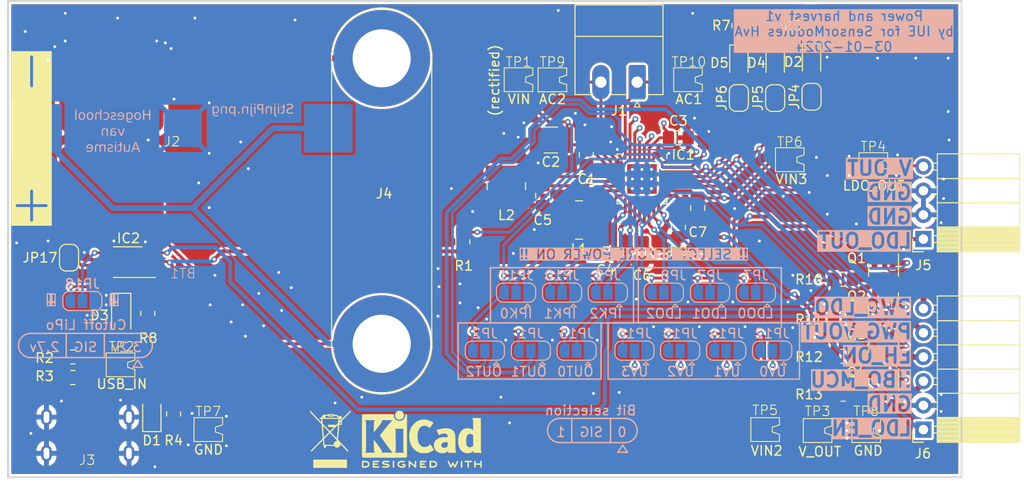
<source format=kicad_pcb>
(kicad_pcb (version 20221018) (generator pcbnew)
  (layers (0 "F.Cu" signal) (1 "In1.Cu" signal) (2 "In2.Cu" signal) (31 "B.Cu" signal) (34 "B.Paste" user) (35 "F.Paste" user) (36 "B.SilkS" user "B.Silkscreen") (37 "F.SilkS" user "F.Silkscreen") (38 "B.Mask" user) (39 "F.Mask" user) (44 "Edge.Cuts" user))
  (net 0 "")
  (net 1 "Net-(BT1-+)")
  (net 2 "GND")
  (net 3 "Net-(IC1-VIN)")
  (net 4 "Net-(IC1-CAP)")
  (net 5 "VIN2")
  (net 6 "BAT_VCC_OUT")
  (net 7 "LDO_IN")
  (net 8 "LDO_OUT")
  (net 9 "VIN3")
  (net 10 "Net-(D1-K)")
  (net 11 "Net-(D1-A)")
  (net 12 "Net-(D2-K)")
  (net 13 "Net-(D2-A)")
  (net 14 "Net-(D3-K)")
  (net 15 "Net-(D4-K)")
  (net 16 "Net-(D4-A)")
  (net 17 "Net-(D5-K)")
  (net 18 "Net-(D5-A)")
  (net 19 "UV3")
  (net 20 "UV2")
  (net 21 "UV1")
  (net 22 "UV0")
  (net 23 "Net-(IC1-AC1)")
  (net 24 "Net-(IC1-AC2)")
  (net 25 "Net-(IC1-SW)")
  (net 26 "Net-(IC1-SWB)")
  (net 27 "Net-(IC1-SWA)")
  (net 28 "IPK0")
  (net 29 "IPK1")
  (net 30 "IPK2")
  (net 31 "LDO2")
  (net 32 "LDO1")
  (net 33 "LDO0")
  (net 34 "LDO_EN")
  (net 35 "PWG_LDO")
  (net 36 "PWG_VOUT")
  (net 37 "EH_ON")
  (net 38 "OUT0")
  (net 39 "OUT1")
  (net 40 "OUT2")
  (net 42 "HBO_MCU")
  (net 43 "Net-(IC2-LBSEL)")
  (net 44 "BAT_IN")
  (net 45 "Net-(J3-CC1)")
  (net 46 "Net-(J3-CC2)")
  (net 47 "Net-(IC1-PGLDO)")
  (net 48 "Net-(IC1-PGVOUT)")
  (net 49 "Net-(IC1-EH_ON)")
  (net 50 "HBO_MCU_LVS")
  (footprint "Capacitor_SMD:C_0805_2012Metric_Pad1.18x1.45mm_HandSolder" (layer "F.Cu") (at 130.68 52.554 180)
    (fp_text reference "C4")
    (fp_text value "4.7uF")
  )
  (footprint "Connector_PinSocket_2.54mm:PinSocket_1x04_P2.54mm_Horizontal" (layer "F.Cu") (at 164 51 180)
    (fp_text reference "J5")
    (fp_text value "Conn_01x04")
  )
  (footprint "Package_TO_SOT_SMD:SOT-23" (layer "F.Cu") (at 159.824 54.2535 -90)
    (fp_text reference "Q1")
    (fp_text value "BSS138")
  )
  (footprint "Capacitor_SMD:C_1210_3225Metric_Pad1.33x2.70mm_HandSolder" (layer "F.Cu") (at 124.9375 40.6 180)
    (fp_text reference "C2")
    (fp_text value "22uF 25V")
  )
  (footprint "Resistor_SMD:R_0805_2012Metric_Pad1.20x1.40mm_HandSolder" (layer "F.Cu") (at 155.572 63.302)
    (fp_text reference "R12")
    (fp_text value "10k")
  )
  (footprint "Jumper:SolderJumper-2_P1.3mm_Open_RoundedPad1.0x1.5mm" (layer "F.Cu") (at 144.65 36.1815 90)
    (fp_text reference "JP6")
    (fp_text value "SolderJumper_2_Open")
  )
  (footprint "testpoint_519x:Testpoint_519xTR" (layer "F.Cu") (at 139.316 35.266)
    (fp_text reference "TP10")
    (fp_text value "TestPoint")
  )
  (footprint "Resistor_SMD:R_0805_2012Metric_Pad1.20x1.40mm_HandSolder" (layer "F.Cu") (at 155.588 67.286)
    (fp_text reference "R13")
    (fp_text value "10k")
  )
  (footprint "Symbol:WEEE-Logo_4.2x6mm_SilkScreen" (layer "F.Cu") (at 101.8 72)
    (fp_text reference "REF**" hide)
    (fp_text value "WEEE-Logo_4.2x6mm_SilkScreen" hide)
  )
  (footprint "Capacitor_SMD:C_0805_2012Metric_Pad1.18x1.45mm_HandSolder" (layer "F.Cu") (at 124.076 46.4365 -90)
    (fp_text reference "C5")
    (fp_text value "22uF")
  )
  (footprint "Jumper:SolderJumper-2_P1.3mm_Open_RoundedPad1.0x1.5mm" (layer "F.Cu") (at 74.4 52.952 -90)
    (fp_text reference "JP17")
    (fp_text value "Jumper_2_Open")
  )
  (footprint "Package_TO_SOT_SMD:SOT-23" (layer "F.Cu") (at 159.851121 66.284835 -90)
    (fp_text reference "Q4")
    (fp_text value "BSS138")
  )
  (footprint "Jumper:SolderJumper-2_P1.3mm_Open_RoundedPad1.0x1.5mm" (layer "F.Cu") (at 152.27 36.0555 90)
    (fp_text reference "JP4")
    (fp_text value "SolderJumper_2_Open")
  )
  (footprint "LED_SMD:LED_0805_2012Metric_Pad1.15x1.40mm_HandSolder" (layer "F.Cu") (at 148.46 32.4995 -90)
    (fp_text reference "D4")
    (fp_text value "red")
  )
  (footprint "Inductor_SMD:L_Wuerth_WE-TPC-3816" (layer "F.Cu") (at 127.886 48.998 90)
    (fp_text reference "L1")
    (fp_text value "220uH")
  )
  (footprint "testpoint_519x:Testpoint_519xTR" (layer "F.Cu") (at 121.536 35.266)
    (fp_text reference "TP1")
    (fp_text value "TestPoint")
  )
  (footprint "testpoint_519x:Testpoint_519xTR" (layer "F.Cu") (at 89 72)
    (fp_text reference "TP7")
    (fp_text value "TestPoint")
  )
  (footprint "Symbol:KiCad-Logo2_5mm_SilkScreen" (layer "F.Cu") (at 111.4 72)
    (fp_text reference "REF**" hide)
    (fp_text value "KiCad-Logo2_5mm_SilkScreen" hide)
  )
  (footprint "testpoint_519x:Testpoint_519xTR" (layer "F.Cu") (at 158.75 44.18)
    (fp_text reference "TP4")
    (fp_text value "TestPoint")
  )
  (footprint "Capacitor_SMD:C_0805_2012Metric_Pad1.18x1.45mm_HandSolder" (layer "F.Cu") (at 128.648 42.14 -90)
    (fp_text reference "C1")
    (fp_text value "2.2uF")
  )
  (footprint "Resistor_SMD:R_0805_2012Metric_Pad1.20x1.40mm_HandSolder" (layer "F.Cu") (at 144.65 28.6 90)
    (fp_text reference "R7")
    (fp_text value "tbd")
  )
  (footprint "testpoint_519x:Testpoint_519xTR" (layer "F.Cu") (at 149.984 43.664)
    (fp_text reference "TP6")
    (fp_text value "TestPoint")
  )
  (footprint "Resistor_SMD:R_0805_2012Metric_Pad1.20x1.40mm_HandSolder" (layer "F.Cu") (at 74.79 65.538 180)
    (fp_text reference "R3")
    (fp_text value "5.1k")
  )
  (footprint "Resistor_SMD:R_0805_2012Metric_Pad1.20x1.40mm_HandSolder" (layer "F.Cu") (at 138.3 49.76 -90)
    (fp_text reference "R9")
    (fp_text value "10k")
  )
  (footprint "Package_DFN_QFN:QFN-32-1EP_5x5mm_P0.5mm_EP3.1x3.1mm_ThermalVias" (layer "F.Cu") (at 134.482 44.688 -90)
    (fp_text reference "IC1")
    (fp_text value "LTC3330")
  )
  (footprint "LED_SMD:LED_0805_2012Metric_Pad1.15x1.40mm_HandSolder" (layer "F.Cu") (at 152.27 32.3575 -90)
    (fp_text reference "D2")
    (fp_text value "red")
  )
  (footprint "Package_TO_SOT_SMD:SOT-23" (layer "F.Cu") (at 159.824 58.3175 -90)
    (fp_text reference "Q2")
    (fp_text value "BSS138")
  )
  (footprint "testpoint_519x:Testpoint_519xTR" (layer "F.Cu") (at 79.8 65.2)
    (fp_text reference "TP2")
    (fp_text value "TestPoint")
  )
  (footprint "LED_SMD:LED_0805_2012Metric_Pad1.15x1.40mm_HandSolder" (layer "F.Cu") (at 83.082 69.348 90)
    (fp_text reference "D1")
    (fp_text value "green")
  )
  (footprint "Resistor_SMD:R_0805_2012Metric_Pad1.20x1.40mm_HandSolder" (layer "F.Cu") (at 85.368 69.348 90)
    (fp_text reference "R4")
    (fp_text value "tbd")
  )
  (footprint "Connector:Banana_Jack_2Pin" (layer "F.Cu") (at 107.188 61.99 90)
    (fp_text reference "J4")
    (fp_text value "Conn_01x02_Socket")
  )
  (footprint "Package_TO_SOT_SMD:SOT-23" (layer "F.Cu") (at 159.8392 62.2568 -90)
    (fp_text reference "Q3")
    (fp_text value "BSS138")
  )
  (footprint "LED_SMD:LED_0805_2012Metric_Pad1.15x1.40mm_HandSolder" (layer "F.Cu") (at 144.65 32.4835 -90)
    (fp_text reference "D5")
    (fp_text value "red")
  )
  (footprint "Resistor_SMD:R_0805_2012Metric_Pad1.20x1.40mm_HandSolder" (layer "F.Cu") (at 152.27 28.5 90)
    (fp_text reference "R5")
    (fp_text value "tbd")
  )
  (footprint "Capacitor_SMD:C_0805_2012Metric_Pad1.18x1.45mm_HandSolder" (layer "F.Cu") (at 138.3 40.362 180)
    (fp_text reference "C3")
    (fp_text value "4.7uF")
  )
  (footprint "Package_SO:MSOP-8-1EP_3x3mm_P0.65mm_EP1.5x1.8mm" (layer "F.Cu") (at 80.5515 53.419 180)
    (fp_text reference "IC2")
    (fp_text value "LTC4071")
  )
  (footprint "Connector_Phoenix_MC:PhoenixContact_MC_1,5_2-G-3.81_1x02_P3.81mm_Horizontal" (layer "F.Cu") (at 133.982 34.52 180)
    (fp_text reference "J1")
    (fp_text value "Conn_01x02")
  )
  (footprint "Connector_PinSocket_2.54mm:PinSocket_1x06_P2.54mm_Horizontal" (layer "F.Cu") (at 164 71 180)
    (fp_text reference "J6")
    (fp_text value "Conn_01x06")
  )
  (footprint "Resistor_SMD:R_0805_2012Metric_Pad1.20x1.40mm_HandSolder" (layer "F.Cu") (at 115.694 51.284 -90)
    (fp_text reference "R1")
    (fp_text value "330k")
  )
  (footprint "Jumper:SolderJumper-2_P1.3mm_Open_RoundedPad1.0x1.5mm" (layer "F.Cu") (at 148.454 36.1975 90)
    (fp_text reference "JP5")
    (fp_text value "SolderJumper_2_Open")
  )
  (footprint "Diode_SMD:D_SMF" (layer "F.Cu") (at 79.87 59.048 -90)
    (fp_text reference "D3")
    (fp_text value "D_Schottky")
  )
  (footprint "Inductor_SMD:L_Wuerth_WE-TPC-3816" (layer "F.Cu") (at 120.266 45.442)
    (fp_text reference "L2")
    (fp_text value "22uH")
  )
  (footprint "Resistor_SMD:R_0805_2012Metric_Pad1.20x1.40mm_HandSolder" (layer "F.Cu") (at 82.664 58.794 90)
    (fp_text reference "R8")
    (fp_text value "R")
  )
  (footprint "testpoint_519x:Testpoint_519xTR" (layer "F.Cu") (at 125.092 35.282)
    (fp_text reference "TP9")
    (fp_text value "TestPoint")
  )
  (footprint "Capacitor_SMD:C_0805_2012Metric_Pad1.18x1.45mm_HandSolder" (layer "F.Cu") (at 140.332 47.728 -90)
    (fp_text reference "C7")
    (fp_text value "2.2uF")
  )
  (footprint "testpoint_519x:Battery_pad_solder" (layer "F.Cu") (at 86.474 40.506 90)
    (fp_text reference "J2")
    (fp_text value "Conn_01x02")
  )
  (footprint "Resistor_SMD:R_0805_2012Metric_Pad1.20x1.40mm_HandSolder" (layer "F.Cu") (at 74.79 63.366 180)
    (fp_text reference "R2")
    (fp_text value "5.1k")
  )
  (footprint "Resistor_SMD:R_0805_2012Metric_Pad1.20x1.40mm_HandSolder" (layer "F.Cu") (at 155.572 55.2115)
    (fp_text reference "R10")
    (fp_text value "10k")
  )
  (footprint "Resistor_SMD:R_0805_2012Metric_Pad1.20x1.40mm_HandSolder" (layer "F.Cu") (at 155.572 59.3335)
    (fp_text reference "R11")
    (fp_text value "10k")
  )
  (footprint "testpoint_519x:Testpoint_519xTR" (layer "F.Cu") (at 152.9 72.1)
    (fp_text reference "TP3")
    (fp_text value "TestPoint")
  )
  (footprint "Capacitor_SMD:C_0805_2012Metric_Pad1.18x1.45mm_HandSolder" (layer "F.Cu") (at 134.49 52.3 -90)
    (fp_text reference "C6")
    (fp_text value "22uF")
  )
  (footprint "testpoint_519x:Testpoint_519xTR" (layer "F.Cu") (at 158 72.1)
    (fp_text reference "TP8")
    (fp_text value "TestPoint")
  )
  (footprint "battery_clip:USB4125-GF-A-0190" (layer "F.Cu") (at 76.358 69.691)
    (fp_text reference "J3")
    (fp_text value "USB_C_Receptacle_PowerOnly_6P")
  )
  (footprint "Resistor_SMD:R_0805_2012Metric_Pad1.20x1.40mm_HandSolder" (layer "F.Cu") (at 148.46 28.6 90)
    (fp_text reference "R6")
    (fp_text value "tbd")
  )
  (footprint "testpoint_519x:Testpoint_519xTR" (layer "F.Cu") (at 147.4 72)
    (fp_text reference "TP5")
    (fp_text value "TestPoint")
  )
  (footprint "Jumper:SolderJumper-3_P1.3mm_Open_RoundedPad1.0x1.5mm" (layer "B.Cu") (at 133.698 62.714 180)
    (fp_text reference "JP16")
    (fp_text value "SolderJumper_3_Open")
  )
  (footprint "Jumper:SolderJumper-3_P1.3mm_Open_RoundedPad1.0x1.5mm" (layer "B.Cu") (at 141.632 56.618 180)
    (fp_text reference "JP7")
    (fp_text value "SolderJumper_3_Open")
  )
  (footprint "Jumper:SolderJumper-3_P1.3mm_Open_RoundedPad1.0x1.5mm" (layer "B.Cu") (at 127.632 62.714 180)
    (fp_text reference "JP13")
    (fp_text value "SolderJumper_3_Open")
  )
  (footprint "Jumper:SolderJumper-3_P1.3mm_Open_RoundedPad1.0x1.5mm" (layer "B.Cu") (at 138.494 62.714 180)
    (fp_text reference "JP15")
    (fp_text value "SolderJumper_3_Open")
  )
  (footprint "Jumper:SolderJumper-3_P1.3mm_Open_RoundedPad1.0x1.5mm" (layer "B.Cu") (at 146.428 56.618 180)
    (fp_text reference "JP3")
    (fp_text value "SolderJumper_3_Open")
  )
  (footprint "Jumper:SolderJumper-3_P1.3mm_Open_RoundedPad1.0x1.5mm" (layer "B.Cu") (at 143.32 62.714 180)
    (fp_text reference "JP14")
    (fp_text value "SolderJumper_3_Open")
  )
  (footprint "Jumper:SolderJumper-3_P1.3mm_Open_RoundedPad1.0x1.5mm" (layer "B.Cu") (at 118.01 62.714 180)
    (fp_text reference "JP2")
    (fp_text value "SolderJumper_3_Open")
  )
  (footprint "Jumper:SolderJumper-3_P1.3mm_Open_RoundedPad1.0x1.5mm" (layer "B.Cu") (at 136.776 56.618 180)
    (fp_text reference "JP8")
    (fp_text value "SolderJumper_3_Open")
  )
  (footprint "Jumper:SolderJumper-3_P1.3mm_Open_RoundedPad1.0x1.5mm" (layer "B.Cu") (at 122.836 62.714 180)
    (fp_text reference "JP1")
    (fp_text value "SolderJumper_3_Open")
  )
  (footprint "Jumper:SolderJumper-3_P1.3mm_Open_RoundedPad1.0x1.5mm" (layer "B.Cu") (at 121.282 56.618 180)
    (fp_text reference "JP11")
    (fp_text value "SolderJumper_3_Open")
  )
  (footprint "Jumper:SolderJumper-3_P1.3mm_Open_RoundedPad1.0x1.5mm" (layer "B.Cu") (at 75.8 57.5 180)
    (fp_text reference "JP18")
    (fp_text value "SolderJumper_3_Open")
  )
  (footprint "battery_clip:BC-2404" (layer "B.Cu") (at 86.35 39.37 180)
    (fp_text reference "BT1")
    (fp_text value "Battery_Cell")
  )
  (footprint "Jumper:SolderJumper-3_P1.3mm_Open_RoundedPad1.0x1.5mm" (layer "B.Cu") (at 148.146 62.714 180)
    (fp_text reference "JP12")
    (fp_text value "SolderJumper_3_Open")
  )
  (footprint "Jumper:SolderJumper-3_P1.3mm_Open_RoundedPad1.0x1.5mm" (layer "B.Cu") (at 126.108 56.618 180)
    (fp_text reference "JP10")
    (fp_text value "SolderJumper_3_Open")
  )
  (footprint "Jumper:SolderJumper-3_P1.3mm_Open_RoundedPad1.0x1.5mm" (layer "B.Cu") (at 130.904 56.618 180)
    (fp_text reference "JP9")
    (fp_text value "SolderJumper_3_Open")
  )
  (gr_line (start 81.608 63.694) (end 81.1 64.456) (stroke (width 0.15)) (layer "B.SilkS"))
  (gr_line (start 132.712 72.366) (end 125.854 72.366) (stroke (width 0.15)) (layer "B.SilkS"))
  (gr_line (start 118.6 59.8) (end 118.6 54) (stroke (width 0.15)) (layer "B.SilkS"))
  (gr_line (start 81.608 63.694) (end 82.116 64.456) (stroke (width 0.15)) (layer "B.SilkS"))
  (gr_arc (start 81.862 60.9) (mid 83.132 62.17) (end 81.862 63.44) (stroke (width 0.15)) (layer "B.SilkS"))
  (gr_line (start 132.712 69.826) (end 125.854 69.826) (stroke (width 0.15)) (layer "B.SilkS"))
  (gr_line (start 130.934 59.793) (end 151 59.793) (stroke (width 0.15)) (layer "B.SilkS"))
  (gr_line (start 127.124 69.826) (end 127.124 72.366) (stroke (width 0.15)) (layer "B.SilkS"))
  (gr_line (start 131.188 69.826) (end 131.188 72.366) (stroke (width 0.15)) (layer "B.SilkS"))
  (gr_line (start 81.862 60.9) (end 70.37 60.9) (stroke (width 0.15)) (layer "B.SilkS"))
  (gr_line (start 74.1 60.9) (end 74.1 63.44) (stroke (width 0.15)) (layer "B.SilkS"))
  (gr_line locked (start 132.966 73.382) (end 131.95 73.382) (stroke (width 0.15)) (layer "B.SilkS"))
  (gr_line (start 130.934 65.7) (end 130.934 59.793) (stroke (width 0.15)) (layer "B.SilkS"))
  (gr_line (start 130.2 65.7) (end 115.2 65.7) (stroke (width 0.15)) (layer "B.SilkS"))
  (gr_line (start 149.1 54) (end 134.1 54) (stroke (width 0.15)) (layer "B.SilkS"))
  (gr_line (start 130.2 59.8) (end 115.2 59.8) (stroke (width 0.15)) (layer "B.SilkS"))
  (gr_arc (start 132.712 69.826) (mid 133.982 71.096) (end 132.712 72.366) (stroke (width 0.15)) (layer "B.SilkS"))
  (gr_line (start 82.116 64.456) (end 81.1 64.456) (stroke (width 0.15)) (layer "B.SilkS"))
  (gr_line (start 134.1 59.775) (end 134.1 54) (stroke (width 0.15)) (layer "B.SilkS"))
  (gr_line (start 133.6 59.8) (end 118.6 59.8) (stroke (width 0.15)) (layer "B.SilkS"))
  (gr_line (start 81.862 63.44) (end 70.37 63.44) (stroke (width 0.15)) (layer "B.SilkS"))
  (gr_line (start 149.1 59.775) (end 134.1 59.775) (stroke (width 0.15)) (layer "B.SilkS"))
  (gr_line (start 151 65.7) (end 130.934 65.7) (stroke (width 0.15)) (layer "B.SilkS"))
  (gr_line locked (start 132.458 72.62) (end 132.966 73.382) (stroke (width 0.15)) (layer "B.SilkS"))
  (gr_line (start 133.6 59.8) (end 133.6 54) (stroke (width 0.15)) (layer "B.SilkS"))
  (gr_line (start 78.1 60.9) (end 78.1 63.44) (stroke (width 0.15)) (layer "B.SilkS"))
  (gr_line (start 115.2 65.7) (end 115.2 59.8) (stroke (width 0.15)) (layer "B.SilkS"))
  (gr_line (start 130.2 65.7) (end 130.2 59.8) (stroke (width 0.15)) (layer "B.SilkS"))
  (gr_line locked (start 132.458 72.62) (end 131.95 73.382) (stroke (width 0.15)) (layer "B.SilkS"))
  (gr_arc (start 125.854 72.366) (mid 124.584 71.096) (end 125.854 69.826) (stroke (width 0.15)) (layer "B.SilkS"))
  (gr_arc (start 70.37 63.44) (mid 69.1 62.17) (end 70.37 60.9) (stroke (width 0.15)) (layer "B.SilkS"))
  (gr_line (start 151 59.793) (end 151 65.7) (stroke (width 0.15)) (layer "B.SilkS"))
  (gr_line (start 133.6 54) (end 118.6 54) (stroke (width 0.15)) (layer "B.SilkS"))
  (gr_line (start 149.1 60.25) (end 149.1 54) (stroke (width 0.15)) (layer "B.SilkS"))
  (gr_line (start 168 26) (end 168 76) (stroke (width 0.2)) (layer "Edge.Cuts"))
  (gr_line (start 168 26) (end 68 26) (stroke (width 0.2)) (layer "Edge.Cuts"))
  (gr_line (start 68 26) (end 68 76) (stroke (width 0.2)) (layer "Edge.Cuts"))
  (gr_line (start 168 76) (end 68 76) (stroke (width 0.2)) (layer "Edge.Cuts"))
  (gr_text "Cutoff LiPo\n" (at 80.532 60.594) (layer "B.SilkS") (effects (font (size 1 1)) (justify left bottom mirror)))
  (gr_text "OUT0\n" (at 129.5 65.5) (layer "B.SilkS") (effects (font (size 1 1)) (justify left bottom mirror)))
  (gr_text "!!" (at 79.7 58) (layer "B.SilkS" knockout) (effects (font (size 1 1)) (justify left bottom mirror)))
  (gr_text "OUT2\n" (at 119.9 65.5) (layer "B.SilkS") (effects (font (size 1 1)) (justify left bottom mirror)))
  (gr_text "V_OUT" (at 162.941 44.45) (layer "B.SilkS" knockout) (effects (font (size 1.5 1.5) (thickness 0.3) bold) (justify left bottom mirror)))
  (gr_text "HBO_MCU\n" (at 162.941 66.675) (layer "B.SilkS" knockout) (effects (font (size 1.5 1.5) (thickness 0.3) bold) (justify left bottom mirror)))
  (gr_text "GND" (at 162.941 49.53) (layer "B.SilkS" knockout) (effects (font (size 1.5 1.5) (thickness 0.3) bold) (justify left bottom mirror)))
  (gr_text "Hogeschool\nvan\nAutisme" (at 79 42) (layer "B.SilkS") (effects (font (size 1 1)) (justify bottom mirror)))
  (gr_text "PWG_VOUT" (at 162.941 61.595) (layer "B.SilkS" knockout) (effects (font (size 1.5 1.5) (thickness 0.3) bold) (justify left bottom mirror)))
  (gr_text "PWG_LDO\n" (at 162.941 59.055) (layer "B.SilkS" knockout) (effects (font (size 1.5 1.5) (thickness 0.3) bold) (justify left bottom mirror)))
  (gr_text "IPK0\n" (at 123.1 59.4) (layer "B.SilkS") (effects (font (size 1 1)) (justify left bottom mirror)))
  (gr_text "Power and harvest v1\nby IUE for SensorModules HvA\n03-01-2024" (at 155.7 31.4) (layer "B.SilkS" knockout) (effects (font (size 1 1)) (justify bottom mirror)))
  (gr_text "UV0\n" (at 149.73 65.5) (layer "B.SilkS") (effects (font (size 1 1)) (justify left bottom mirror)))
  (gr_text "UV2\n\n" (at 140.078 67.1) (layer "B.SilkS") (effects (font (size 1 1)) (justify left bottom mirror)))
  (gr_text "  0  SIG  1  \n" (at 134.49 71.858) (layer "B.SilkS") (effects (font (size 1 1)) (justify left bottom mirror)))
  (gr_text "LDO0\n\n" (at 148.4 61) (layer "B.SilkS") (effects (font (size 1 1)) (justify left bottom mirror)))
  (gr_text "EH_ON\n" (at 162.941 64.135) (layer "B.SilkS" knockout) (effects (font (size 1.5 1.5) (thickness 0.3) bold) (justify left bottom mirror)))
  (gr_text "IPK1\n" (at 127.7 59.4) (layer "B.SilkS") (effects (font (size 1 1)) (justify left bottom mirror)))
  (gr_text "GND" (at 162.941 46.99) (layer "B.SilkS" knockout) (effects (font (size 1.5 1.5) (thickness 0.3) bold) (justify left bottom mirror)))
  (gr_text "Bit selection" (at 133.982 69.572) (layer "B.SilkS") (effects (font (size 1 1)) (justify left bottom mirror)))
  (gr_text "LDO1\n" (at 143.6 59.4) (layer "B.SilkS") (effects (font (size 1 1)) (justify left bottom mirror)))
  (gr_text "GND" (at 162.941 69.215) (layer "B.SilkS" knockout) (effects (font (size 1.5 1.5) (thickness 0.3) bold) (justify left bottom mirror)))
  (gr_text "LDO_OUT\n" (at 162.941 52.07) (layer "B.SilkS" knockout) (effects (font (size 1.5 1.5) (thickness 0.3) bold) (justify left bottom mirror)))
  (gr_text "  3.2v  SIG  2.7v  \n" (at 83.64 62.932) (layer "B.SilkS") (effects (font (size 1 1)) (justify left bottom mirror)))
  (gr_text "!!" (at 73.1 58) (layer "B.SilkS" knockout) (effects (font (size 1 1)) (justify left bottom mirror)))
  (gr_text "UV1\n" (at 144.904 65.5) (layer "B.SilkS") (effects (font (size 1 1)) (justify left bottom mirror)))
  (gr_text "IPK2\n" (at 132.5 59.4) (layer "B.SilkS") (effects (font (size 1 1)) (justify left bottom mirror)))
  (gr_text "LDO2" (at 138.8 59.4) (layer "B.SilkS") (effects (font (size 1 1)) (justify left bottom mirror)))
  (gr_text "StijnPijn.png\n" (at 98 38) (layer "B.SilkS") (effects (font (size 1 1)) (justify left bottom mirror)))
  (gr_text "UV3\n" (at 135.252 65.5) (layer "B.SilkS") (effects (font (size 1 1)) (justify left bottom mirror)))
  (gr_text "OUT1\n" (at 124.6 65.5) (layer "B.SilkS") (effects (font (size 1 1)) (justify left bottom mirror)))
  (gr_text "!! SELECT BEFORE POWER ON !!" (at 145.7 53.2) (layer "B.SilkS" knockout) (effects (font (size 1 1)) (justify left bottom mirror)))
  (gr_text "LDO_EN\n" (at 162.941 71.755) (layer "B.SilkS" knockout) (effects (font (size 1.5 1.5) (thickness 0.3) bold) (justify left bottom mirror)))
  (gr_text "USB_IN\n" (at 77.2 66.8) (layer "F.SilkS") (effects (font (size 1 1)) (justify left bottom)))
  (gr_text "VIN\n" (at 121.6 36.9) (layer "F.SilkS") (effects (font (size 1 1)) (justify bottom)))
  (gr_text "LDO_OUT" (at 155.448 45.974) (layer "F.SilkS") (effects (font (size 1 1)) (justify left bottom)))
  (gr_text "AC2" (at 123.6 36.9) (layer "F.SilkS") (effects (font (size 1 1)) (justify left bottom)))
  (gr_text "VIN3\n" (at 148.4 45.3) (layer "F.SilkS") (effects (font (size 1 1)) (justify left bottom)))
  (gr_text "(rectified)" (at 119.6 38.2 90) (layer "F.SilkS") (effects (font (size 1 1)) (justify left bottom)))
  (gr_text "GND" (at 87.4 73.7) (layer "F.SilkS") (effects (font (size 1 1)) (justify left bottom)))
  (gr_text "AC1" (at 137.9 36.9) (layer "F.SilkS") (effects (font (size 1 1)) (justify left bottom)))
  (gr_text "VIN2" (at 145.8 73.804) (layer "F.SilkS") (effects (font (size 1 1)) (justify left bottom)))
  (gr_text "GND\n" (at 156.588 73.804) (layer "F.SilkS") (effects (font (size 1 1)) (justify left bottom)))
  (gr_text "V_OUT" (at 150.8 73.904) (layer "F.SilkS") (effects (font (size 1 1)) (justify left bottom)))
  (segment (start 77.076 47.364) (end 78.854 45.586) (width 0.3) (layer "F.Cu") (net 1))
  (segment (start 105.289087 63) (end 106 62.289087) (width 0.4) (layer "F.Cu") (net 1))
  (segment (start 78.854 49) (end 78.854 45.586) (width 0.3) (layer "F.Cu") (net 1))
  (segment (start 81.648 45.586) (end 78.854 45.586) (width 0.4) (layer "F.Cu") (net 1))
  (segment (start 78.854 48.888) (end 77.076 48.888) (width 0.6) (layer "F.Cu") (net 1))
  (segment (start 78.854 45.586) (end 95.258 61.99) (width 0.3) (layer "F.Cu") (net 1))
  (segment (start 78.854 48.246) (end 74.798 52.302) (width 0.6) (layer "F.Cu") (net 1))
  (segment (start 95.258 61.99) (end 107.188 61.99) (width 0.3) (layer "F.Cu") (net 1))
  (segment (start 74.798 52.302) (end 74.4 52.302) (width 0.6) (layer "F.Cu") (net 1))
  (segment (start 78.854 45.586) (end 78.854 48.246) (width 0.6) (layer "F.Cu") (net 1))
  (segment (start 78.854 45.586) (end 78.854 48.888) (width 0.3) (layer "F.Cu") (net 1))
  (segment (start 101.092 39.37) (end 95.758 39.37) (width 0.6) (layer "B.Cu") (net 1))
  (segment (start 70.602 39.36) (end 78.994 47.752) (width 0.6) (layer "B.Cu") (net 1))
  (segment (start 95.758 39.37) (end 87.376 47.752) (width 0.6) (layer "B.Cu") (net 1))
  (segment (start 78.994 47.752) (end 87.376 47.752) (width 0.6) (layer "B.Cu") (net 1))
  (segment (start 101.614 61.99) (end 107.188 61.99) (width 0.6) (layer "B.Cu") (net 1))
  (segment (start 87.376 47.752) (end 101.614 61.99) (width 0.6) (layer "B.Cu") (net 1))
  (segment (start 136.2 41.4) (end 136.232 41.432) (width 0.4) (layer "F.Cu") (net 2))
  (segment (start 136.232 41.432) (end 136.232 42.2505) (width 0.4) (layer "F.Cu") (net 2))
  (segment (start 136.2 41.7825) (end 136.2 41.4) (width 0.4) (layer "F.Cu") (net 2))
  (segment (start 135.732 42.2505) (end 136.2 41.7825) (width 0.4) (layer "F.Cu") (net 2))
  (via (at 90.9 69.6) (size 0.6) (drill 0.3) (layers "F.Cu" "B.Cu") (net 2))
  (via (at 159.2 32) (size 0.6) (drill 0.3) (layers "F.Cu" "B.Cu") (net 2))
  (via (at 131.9 41.5905) (size 0.6) (drill 0.3) (layers "F.Cu" "B.Cu") (net 2))
  (via (at 89.7 54.8) (size 0.6) (drill 0.3) (layers "F.Cu" "B.Cu") (net 2))
  (via (at 131.2 40.8) (size 0.6) (drill 0.3) (layers "F.Cu" "B.Cu") (net 2))
  (via (at 73.6 68) (size 0.6) (drill 0.3) (layers "F.Cu" "B.Cu") (net 2))
  (via (at 119.7 67.6) (size 0.6) (drill 0.3) (layers "F.Cu" "B.Cu") (net 2))
  (via (at 166.116 44.704) (size 0.6) (drill 0.3) (layers "F.Cu" "B.Cu") (net 2))
  (via (at 153.6 57.8) (size 0.6) (drill 0.3) (layers "F.Cu" "B.Cu") (net 2))
  (via (at 152.2 56.4) (size 0.6) (drill 0.3) (layers "F.Cu" "B.Cu") (net 2))
  (via (at 150.3 60.3) (size 0.6) (drill 0.3) (layers "F.Cu" "B.Cu") (net 2))
  (via (at 129.8 61.6) (size 0.6) (drill 0.3) (layers "F.Cu" "B.Cu") (net 2))
  (via (at 162.052 68.072) (size 0.6) (drill 0.3) (layers "F.Cu" "B.Cu") (net 2))
  (via (at 153.9 31.9) (size 0.6) (drill 0.3) (layers "F.Cu" "B.Cu") (net 2))
  (via (at 79.8 67.9) (size 0.6) (drill 0.3) (layers "F.Cu" "B.Cu") (net 2))
  (via (at 83.4 74.9) (size 0.6) (drill 0.3) (layers "F.Cu" "B.Cu") (net 2))
  (via (at 86.9 72.6) (size 0.6) (drill 0.3) (layers "F.Cu" "B.Cu") (net 2))
  (via (at 94.8 60.1) (size 0.6) (drill 0.3) (layers "F.Cu" "B.Cu") (net 2))
  (via (at 123.6 43) (size 0.6) (drill 0.3) (layers "F.Cu" "B.Cu") (net 2))
  (via (at 123.2 50) (size 0.6) (drill 0.3) (layers "F.Cu" "B.Cu") (net 2))
  (via (at 139.3 57.6) (size 0.6) (drill 0.3) (layers "F.Cu" "B.Cu") (net 2))
  (via (at 116.726868 48.105026) (size 0.6) (drill 0.3) (layers "F.Cu" "B.Cu") (net 2))
  (via (at 76.3 59) (size 0.6) (drill 0.3) (layers "F.Cu" "B.Cu") (net 2))
  (via (at 140 38.3) (size 0.6) (drill 0.3) (layers "F.Cu" "B.Cu") (net 2))
  (via (at 144 57.6) (size 0.6) (drill 0.3) (layers "F.Cu" "B.Cu") (net 2))
  (via (at 78.3 56.9) (size 0.6) (drill 0.3) (layers "F.Cu" "B.Cu") (net 2))
  (via (at 79.1 51.2) (size 0.6) (drill 0.3) (layers "F.Cu" "B.Cu") (net 2))
  (via (at 87.6 27.8) (size 0.6) (drill 0.3) (layers "F.Cu" "B.Cu") (net 2))
  (via (at 78.3 57.9) (size 0.6) (drill 0.3) (layers "F.Cu" "B.Cu") (net 2))
  (via (at 96.4 54.5) (size 0.6) (drill 0.3) (layers "F.Cu" "B.Cu") (net 2))
  (via (at 121 52.5) (size 0.6) (drill 0.3) (layers "F.Cu" "B.Cu") (net 2))
  (via (at 165.862 49.276) (size 0.6) (drill 0.3) (layers "F.Cu" "B.Cu") (net 2))
  (via (at 89.1 42) (size 0.6) (drill 0.3) (layers "F.Cu" "B.Cu") (net 2))
  (via (at 74 30.2) (size 0.6) (drill 0.3) (layers "F.Cu" "B.Cu") (net 2))
  (via (at 89.1 47.7) (size 0.6) (drill 0.3) (layers "F.Cu" "B.Cu") (net 2))
  (via (at 115.4 57.7) (size 0.6) (drill 0.3) (layers "F.Cu" "B.Cu") (net 2))
  (via (at 152.019 46.101) (size 0.6) (drill 0.3) (layers "F.Cu" "B.Cu") (net 2))
  (via (at 155.988 71.104) (size 0.6) (drill 0.3) (layers "F.Cu" "B.Cu") (net 2))
  (via (at 92.9 61.2) (size 0.6) (drill 0.3) (layers "F.Cu" "B.Cu") (net 2))
  (via (at 153.924 48.387) (size 0.6) (drill 0.3) (layers "F.Cu" "B.Cu") (net 2))
  (via (at 105.1 67.6) (size 0.6) (drill 0.3) (layers "F.Cu" "B.Cu") (net 2))
  (via (at 96.7 58.5) (size 0.6) (drill 0.3) (layers "F.Cu" "B.Cu") (net 2))
  (via (at 131.3 39.2) (size 0.6) (drill 0.3) (layers "F.Cu" "B.Cu") (net 2))
  (via (at 149.8 57.6) (size 0.6) (drill 0.3) (layers "F.Cu" "B.Cu") (net 2))
  (via (at 85.4 36.3) (size 0.6) (drill 0.3) (layers "F.Cu" "B.Cu") (net 2))
  (via (at 113.1 59.1) (size 0.6) (drill 0.3) (layers "F.Cu" "B.Cu") (net 2))
  (via (at 85.1 31) (size 0.6) (drill 0.3) (layers "F.Cu" "B.Cu") (net 2))
  (via (at 122.1 38.8) (size 0.6) (drill 0.3) (layers "F.Cu" "B.Cu") (net 2))
  (via (at 153.924 44.323) (size 0.6) (drill 0.3) (layers "F.Cu" "B.Cu") (net 2))
  (via (at 82.4 51.3) (size 0.6) (drill 0.3) (layers "F.Cu" "B.Cu") (net 2))
  (via (at 90.9 72.7) (size 0.6) (drill 0.3) (layers "F.Cu" "B.Cu") (net 2))
  (via (at 135.7 60.2) (size 0.6) (drill 0.3) (layers "F.Cu" "B.Cu") (net 2))
  (via (at 70.4 71.4) (size 0.6) (drill 0.3) (layers "F.Cu" "B.Cu") (net 2))
  (via (at 121.5 40.3) (size 0.6) (drill 0.3) (layers "F.Cu" "B.Cu") (net 2))
  (via (at 98.1 28) (size 0.6) (drill 0.3) (layers "F.Cu" "B.Cu") (net 2))
  (via (at 92.4 40.8) (size 0.6) (drill 0.3) (layers "F.Cu" "B.Cu") (net 2))
  (via (at 97.7 56.1) (size 0.6) (drill 0.3) (layers "F.Cu" "B.Cu") (net 2))
  (via (at 89.2 57.9) (size 0.6) (drill 0.3) (layers "F.Cu" "B.Cu") (net 2))
  (via (at 145.3 60.2) (size 0.6) (drill 0.3) (layers "F.Cu" "B.Cu") (net 2))
  (via (at 129.4 67.2) (size 0.6) (drill 0.3) (layers "F.Cu" "B.Cu") (net 2))
  (via (at 150.3 54.8) (size 0.6) (drill 0.3) (layers "F.Cu" "B.Cu") (net 2))
  (via (at 92.6 57.9) (size 0.6) (drill 0.3) (layers "F.Cu" "B.Cu") (net 2))
  (via (at 165.862 67.31) (size 0.6) (drill 0.3) (layers "F.Cu" "B.Cu") (net 2))
  (via (at 120 39.9) (size 0.6) (drill 0.3) (layers "F.Cu" "B.Cu") (net 2))
  (via (at 76 52.4) (size 0.6) (drill 0.3) (layers "F.Cu" "B.Cu") (net 2))
  (via (at 118.2 59.4) (size 0.6) (drill 0.3) (layers "F.Cu" "B.Cu") (net 2))
  (via (at 140.5 60.2) (size 0.6) (drill 0.3) (layers "F.Cu" "B.Cu") (net 2))
  (via (at 69.8 29.2) (size 0.6) (drill 0.3) (layers "F.Cu" "B.Cu") (net 2))
  (via (at 72.2 51.2) (size 0.6) (drill 0.3) (layers "F.Cu" "B.Cu") (net 2))
  (via (at 133.9 57.3) (size 0.6) (drill 0.3) (layers "F.Cu" "B.Cu") (net 2))
  (via (at 72.2 32.2) (size 0.6) (drill 0.3) (layers "F.Cu" "B.Cu") (net 2))
  (via (at 146.8 51.2) (size 0.6) (drill 0.3) (layers "F.Cu" "B.Cu") (net 2))
  (via (at 113.1 54.1) (size 0.6) (drill 0.3) (layers "F.Cu" "B.Cu") (net 2))
  (via (at 149.3 46.5) (size 0.6) (drill 0.3) (layers "F.Cu" "B.Cu") (net 2))
  (via (at 155.988 70.304) (size 0.6) (drill 0.3) (layers "F.Cu" "B.Cu") (net 2))
  (via (at 87.3 69.3) (size 0.6) (drill 0.3) (layers "F.Cu" "B.Cu") (net 2))
  (via (at 68.9 51.4) (size 0.6) (drill 0.3) (layers "F.Cu" "B.Cu") (net 2))
  (via (at 79.5 27.8) (size 0.6) (drill 0.3) (layers "F.Cu" "B.Cu") (net 2))
  (via (at 159.388 71.104) (size 0.6) (drill 0.3) (layers "F.Cu" "B.Cu") (net 2))
  (via (at 166.116 46.736) (size 0.6) (drill 0.3) (layers "F.Cu" "B.Cu") (net 2))
  (via (at 166.7 40.6) (size 0.6) (drill 0.3) (layers "F.Cu" "B.Cu") (net 2))
  (via (at 127.5 37.8) (size 0.6) (drill 0.3) (layers "F.Cu" "B.Cu") (net 2))
  (via (at 72.9 30.8) (size 0.6) (drill 0.3) (layers "F.Cu" "B.Cu") (net 2))
  (via (at 74 27.3) (size 0.6) (drill 0.3) (layers "F.Cu" "B.Cu") (net 2))
  (via (at 94.3 56.7) (size 0.6) (drill 0.3) (layers "F.Cu" "B.Cu") (net 2))
  (via (at 113.2 56) (size 0.6) (drill 0.3) (layers "F.Cu" "B.Cu") (net 2))
  (via (at 155.988 71.904) (size 0.6) (drill 0.3) (layers "F.Cu" "B.Cu") (net 2))
  (via (at 89.1 36.7) (size 0.6) (drill 0.3) (layers "F.Cu" "B.Cu") (net 2))
  (via (at 166.6 32) (size 0.6) (drill 0.3) (layers "F.Cu" "B.Cu") (net 2))
  (via (at 141.5 39.7) (size 0.6) (drill 0.3) (layers "F.Cu" "B.Cu") (net 2))
  (via (at 156.972 49.403) (size 0.6) (drill 0.3) (layers "F.Cu" "B.Cu") (net 2))
  (via (at 165.862 69.088) (size 0.6) (drill 0.3) (layers "F.Cu" "B.Cu") (net 2))
  (via (at 88 45.1) (size 0.6) (drill 0.3) (layers "F.Cu" "B.Cu") (net 2))
  (via (at 120.2 61.6) (size 0.6) (drill 0.3) (layers "F.Cu" "B.Cu") (net 2))
  (via (at 161.163 44.323) (size 0.6) (drill 0.3) (layers "F.Cu" "B.Cu") (net 2))
  (via (at 83.6 30.2) (size 0.6) (drill 0.3) (layers "F.Cu" "B.Cu") (net 2))
  (via (at 125.1 61.6) (size 0.6) (drill 0.3) (layers "F.Cu" "B.Cu") (net 2))
  (via (at 161.925 52.07) (size 0.6) (drill 0.3) (layers "F.Cu" "B.Cu") (net 2))
  (via (at 120.6 70.3) (size 0.6) (drill 0.3) (layers "F.Cu" "B.Cu") (net 2))
  (via (at 163.2 32) (size 0.6) (drill 0.3) (layers "F.Cu" "B.Cu") (net 2))
  (via (at 91.4 59.7) (size 0.6) (drill 0.3) (layers "F.Cu" "B.Cu") (net 2))
  (via (at 137.3 42) (size 0.6) (drill 0.3) (layers "F.Cu" "B.Cu") (net 2))
  (via (at 115.4 55.7) (size 0.6) (drill 0.3) (layers "F.Cu" "B.Cu") (net 2))
  (via (at 125.7 27) (size 0.6) (drill 0.3) (layers "F.Cu" "B.Cu") (net 2))
  (via (at 82.7 40.6) (size 0.6) (drill 0.3) (layers "F.Cu" "B.Cu") (net 2))
  (via (at 144.2 47.8) (size 0.6) (drill 0.3) (layers "F.Cu" "B.Cu") (net 2))
  (via (at 114.5 45.7) (size 0.6) (drill 0.3) (layers "F.Cu" "B.Cu") (net 2))
  (via (at 166.6 37.6) (size 0.6) (drill 0.3) (layers "F.Cu" "B.Cu") (net 2))
  (via (at 161.29 42.164) (size 0.6) (drill 0.3) (layers "F.Cu" "B.Cu") (net 2))
  (via (at 102.3 68.2) (size 0.6) (drill 0.3) (layers "F.Cu" "B.Cu") (net 2))
  (via (at 117.3 58.2) (size 0.6) (drill 0.3) (layers "F.Cu" "B.Cu") (net 2))
  (via (at 93.2 43.6) (size 0.6) (drill 0.3) (layers "F.Cu" "B.Cu") (net 2))
  (via (at 84.5 30.4) (size 0.6) (drill 0.3) (layers "F.Cu" "B.Cu") (net 2))
  (via (at 156.21 42.291) (size 0.6) (drill 0.3) (layers "F.Cu" "B.Cu") (net 2))
  (via (at 156.21 44.323) (size 0.6) (drill 0.3) (layers "F.Cu" "B.Cu") (net 2))
  (via (at 152.781 42.418) (size 0.6) (drill 0.3) (layers "F.Cu" "B.Cu") (net 2))
  (via (at 132.1 67.1) (size 0.6) (drill 0.3) (layers "F.Cu" "B.Cu") (net 2))
  (via (at 139.8 27.3) (size 0.6) (drill 0.3) (layers "F.Cu" "B.Cu") (net 2))
  (via (at 128.5 39) (size 0.6) (drill 0.3) (layers "F.Cu" "B.Cu") (net 2))
  (segment (start 121.536 35.536) (end 121.536 34.266) (width 0.3) (layer "F.Cu") (net 3))
  (segment (start 132.0445 43.438) (end 130.9835 43.438) (width 0.3) (layer "F.Cu") (net 3))
  (segment (start 115.71 50.268) (end 115.694 50.284) (width 0.3) (layer "F.Cu") (net 3))
  (segment (start 126.7 38.7) (end 126.6375 38.7625) (width 0.3) (layer "F.Cu") (net 3))
  (segment (start 117.218 50.268) (end 115.71 50.268) (width 0.3) (layer "F.Cu") (net 3))
  (segment (start 124.7 38.7) (end 121.536 35.536) (width 0.3) (layer "F.Cu") (net 3))
  (segment (start 126.659 41.1025) (end 128.648 41.1025) (width 0.3) (layer "F.Cu") (net 3))
  (segment (start 126.7 38.7) (end 124.7 38.7) (width 0.3) (layer "F.Cu") (net 3))
  (segment (start 126.6375 41.124) (end 126.659 41.1025) (width 0.3) (layer "F.Cu") (net 3))
  (segment (start 126.6375 38.7625) (end 126.6375 41.124) (width 0.3) (layer "F.Cu") (net 3))
  (segment (start 130.9835 43.438) (end 128.648 41.1025) (width 0.3) (layer "F.Cu") (net 3))
  (via (at 126.7 38.7) (size 0.6) (drill 0.3) (layers "F.Cu" "B.Cu") (net 3))
  (via (at 117.218 50.268) (size 0.6) (drill 0.3) (layers "F.Cu" "B.Cu") (net 3))
  (segment (start 127.124 39.124) (end 127.124 43.776) (width 0.3) (layer "B.Cu") (net 3))
  (segment (start 127.124 43.776) (end 120.632 50.268) (width 0.3) (layer "B.Cu") (net 3))
  (segment (start 120.632 50.268) (end 117.218 50.268) (width 0.3) (layer "B.Cu") (net 3))
  (segment (start 126.7 38.7) (end 127.124 39.124) (width 0.3) (layer "B.Cu") (net 3))
  (segment (start 117.218 50.268) (end 117.246843 50.239157) (width 0.3) (layer "B.Cu") (net 3))
  (segment (start 132.0445 43.938) (end 129.4085 43.938) (width 0.3) (layer "F.Cu") (net 4))
  (segment (start 129.4085 43.938) (end 128.648 43.1775) (width 0.3) (layer "F.Cu") (net 4))
  (segment (start 147.3 61.3) (end 147.3 70.9) (width 0.4) (layer "F.Cu") (net 5))
  (segment (start 132.458 60.936) (end 137.284 60.936) (width 0.3) (layer "F.Cu") (net 5))
  (segment (start 137.2625 40.362) (end 137.2625 39.8325) (width 0.3) (layer "F.Cu") (net 5))
  (segment (start 137.284 60.936) (end 142.11 60.936) (width 0.3) (layer "F.Cu") (net 5))
  (segment (start 147.3 70.9) (end 147.4 71) (width 0.4) (layer "F.Cu") (net 5))
  (segment (start 142.11 60.936) (end 146.936 60.936) (width 0.3) (layer "F.Cu") (net 5))
  (segment (start 136.3485 40.362) (end 137.0085 40.362) (width 0.3) (layer "F.Cu") (net 5))
  (segment (start 137.2625 39.8325) (end 136.776 39.346) (width 0.3) (layer "F.Cu") (net 5))
  (segment (start 146.936 60.936) (end 147.3 61.3) (width 0.4) (layer "F.Cu") (net 5))
  (segment (start 135.232 42.2505) (end 135.232 41.4785) (width 0.3) (layer "F.Cu") (net 5))
  (segment (start 135.232 41.4785) (end 136.3485 40.362) (width 0.3) (layer "F.Cu") (net 5))
  (segment (start 136.776 39.346) (end 136.776 38.838) (width 0.3) (layer "F.Cu") (net 5))
  (via (at 142.11 60.936) (size 0.6) (drill 0.3) (layers "F.Cu" "B.Cu") (net 5))
  (via (at 136.776 38.838) (size 0.6) (drill 0.3) (layers "F.Cu" "B.Cu") (net 5))
  (via (at 132.458 60.936) (size 0.6) (drill 0.3) (layers "F.Cu" "B.Cu") (net 5))
  (via (at 137.284 60.936) (size 0.6) (drill 0.3) (layers "F.Cu" "B.Cu") (net 5))
  (via (at 146.936 60.936) (size 0.6) (drill 0.3) (layers "F.Cu" "B.Cu") (net 5))
  (segment (start 137.284 60.936) (end 137.284 62.624) (width 0.3) (layer "B.Cu") (net 5))
  (segment (start 132.458 62.654) (end 132.398 62.714) (width 0.3) (layer "B.Cu") (net 5))
  (segment (start 142.11 60.936) (end 142.11 62.624) (width 0.3) (layer "B.Cu") (net 5))
  (segment (start 146.936 60.936) (end 146.936 62.624) (width 0.3) (layer "B.Cu") (net 5))
  (segment (start 142.11 62.624) (end 142.02 62.714) (width 0.3) (layer "B.Cu") (net 5))
  (segment (start 146.936 62.624) (end 146.846 62.714) (width 0.3) (layer "B.Cu") (net 5))
  (segment (start 137.284 62.624) (end 137.194 62.714) (width 0.3) (layer "B.Cu") (net 5))
  (segment (start 132.458 60.936) (end 132.458 62.654) (width 0.3) (layer "B.Cu") (net 5))
  (segment (start 78.439 54.394) (end 78.439 54.569) (width 0.3) (layer "F.Cu") (net 6))
  (segment (start 83.9865 53.361) (end 84.851 53.361) (width 0.3) (layer "F.Cu") (net 6))
  (segment (start 79.87 56) (end 81.394 56) (width 0.3) (layer "F.Cu") (net 6))
  (segment (start 81.394 56) (end 82.664 57.27) (width 0.3) (layer "F.Cu") (net 6))
  (segment (start 131.7175 46.765) (end 131.7175 52.554) (width 0.3) (layer "F.Cu") (net 6))
  (segment (start 83.9865 53.361) (end 83.6035 53.744) (width 0.3) (layer "F.Cu") (net 6))
  (segment (start 132.0445 46.438) (end 131.7175 46.765) (width 0.3) (layer "F.Cu") (net 6))
  (segment (start 83.6035 53.744) (end 82.664 53.744) (width 0.3) (layer "F.Cu") (net 6))
  (segment (start 83.7195 53.094) (end 82.664 53.094) (width 0.3) (layer "F.Cu") (net 6))
  (segment (start 78.439 54.569) (end 79.87 56) (width 0.3) (layer "F.Cu") (net 6))
  (segment (start 131.7175 53.5485) (end 131.7175 52.554) (width 0.4) (layer "F.Cu") (net 6))
  (segment (start 90.464 52.284) (end 115.694 52.284) (width 0.4) (layer "F.Cu") (net 6))
  (segment (start 115.694 52.284) (end 116.44 52.284) (width 0.4) (layer "F.Cu") (net 6))
  (segment (start 83.9865 53.361) (end 83.7195 53.094) (width 0.3) (layer "F.Cu") (net 6))
  (segment (start 85.204 54.73) (end 82.664 57.27) (width 0.3) (layer "F.Cu") (net 6))
  (segment (start 82.664 57.27) (end 82.664 57.794) (width 0.3) (layer "F.Cu") (net 6))
  (segment (start 116.44 52.284) (end 118.234 54.078) (width 0.4) (layer "F.Cu") (net 6))
  (segment (start 118.234 54.078) (end 131.188 54.078) (width 0.4) (layer "F.Cu") (net 6))
  (segment (start 84.95 53.46) (end 85.204 53.714) (width 0.3) (layer "F.Cu") (net 6))
  (segment (start 85.204 53.714) (end 85.204 54.73) (width 0.3) (layer "F.Cu") (net 6))
  (segment (start 89.624 53.124) (end 90.464 52.284) (width 0.4) (layer "F.Cu") (net 6))
  (segment (start 131.188 54.078) (end 131.7175 53.5485) (width 0.4) (layer "F.Cu") (net 6))
  (segment (start 81.394 56) (end 74.6 56) (width 0.3) (layer "F.Cu") (net 6))
  (segment (start 84.851 53.361) (end 84.95 53.46) (width 0.3) (layer "F.Cu") (net 6))
  (via (at 74.6 56) (size 0.6) (drill 0.3) (layers "F.Cu" "B.Cu") (net 6))
  (via (at 84.95 53.46) (size 0.6) (drill 0.3) (layers "F.Cu" "B.Cu") (net 6))
  (via (at 89.624 53.124) (size 0.6) (drill 0.3) (layers "F.Cu" "B.Cu") (net 6))
  (segment (start 74.6 56) (end 74.6 57.4) (width 0.3) (layer "B.Cu") (net 6))
  (segment (start 85.07 53.34) (end 84.95 53.46) (width 0.4) (layer "B.Cu") (net 6))
  (segment (start 89.408 53.34) (end 85.07 53.34) (width 0.4) (layer "B.Cu") (net 6))
  (segment (start 89.624 53.124) (end 89.408 53.34) (width 0.4) (layer "B.Cu") (net 6))
  (segment (start 74.6 57.4) (end 74.5 57.5) (width 0.3) (layer "B.Cu") (net 6))
  (segment (start 148.844 49.657) (end 152.146 49.657) (width 0.4) (layer "F.Cu") (net 7))
  (segment (start 154.776 63.236) (end 154.842 63.302) (width 0.6) (layer "F.Cu") (net 7))
  (segment (start 129.152556 44.9875) (end 129.202056 44.938) (width 0.3) (layer "F.Cu") (net 7))
  (segment (start 152.9 68.274) (end 153.888 67.286) (width 0.8) (layer "F.Cu") (net 7))
  (segment (start 140.332 55.094) (end 145.158 55.094) (width 0.3) (layer "F.Cu") (net 7))
  (segment (start 145.805 48.605) (end 145.841 48.641) (width 0.4) (layer "F.Cu") (net 7))
  (segment (start 152.9 71.1) (end 152.9 68.278) (width 0.8) (layer "F.Cu") (net 7))
  (segment (start 121.31 47.192) (end 120.266 47.192) (width 0.3) (layer "F.Cu") (net 7))
  (segment (start 147.828 48.641) (end 148.844 49.657) (width 0.4) (layer "F.Cu") (net 7))
  (segment (start 154.556 63.588) (end 154.842 63.302) (width 0.6) (layer "F.Cu") (net 7))
  (segment (start 134.732 49.264) (end 134.732 47.1255) (width 0.3) (layer "F.Cu") (net 7))
  (segment (start 153.032 55.348) (end 154.4355 55.348) (width 0.3) (layer "F.Cu") (net 7))
  (segment (start 135.506 55.094) (end 140.332 55.094) (width 0.3) (layer "F.Cu") (net 7))
  (segment (start 154.4355 55.348) (end 154.572 55.2115) (width 0.3) (layer "F.Cu") (net 7))
  (segment (start 134.49 49.506) (end 134.732 49.264) (width 0.3) (layer "F.Cu") (net 7))
  (segment (start 129.202056 44.938) (end 132.0445 44.938) (width 0.3) (layer "F.Cu") (net 7))
  (segment (start 153.888 67.286) (end 154.588 67.286) (width 0.8) (layer "F.Cu") (net 7))
  (segment (start 154.588 55.2275) (end 154.572 55.2115) (width 0.6) (layer "F.Cu") (net 7))
  (segment (start 154.588 67.286) (end 154.556 67.254) (width 0.6) (layer "F.Cu") (net 7))
  (segment (start 123.103 45.399) (end 121.31 47.192) (width 0.3) (layer "F.Cu") (net 7))
  (segment (start 152.146 49.657) (end 153.489 51) (width 0.4) (layer "F.Cu") (net 7))
  (segment (start 129.152556 44.9875) (end 128.741056 45.399) (width 0.3) (layer "F.Cu") (net 7))
  (segment (start 154.588 67.286) (end 154.588 55.2275) (width 0.6) (layer "F.Cu") (net 7))
  (segment (start 145.841 48.641) (end 147.828 48.641) (width 0.4) (layer "F.Cu") (net 7))
  (segment (start 128.741056 45.399) (end 123.103 45.399) (width 0.3) (layer "F.Cu") (net 7))
  (segment (start 153.489 51) (end 164 51) (width 0.4) (layer "F.Cu") (net 7))
  (via (at 129.152556 44.9875) (size 0.6) (drill 0.3) (layers "F.Cu" "B.Cu") (net 7))
  (via (at 153.032 55.348) (size 0.6) (drill 0.3) (layers "F.Cu" "B.Cu") (net 7))
  (via (at 145.805 48.605) (size 0.6) (drill 0.3) (layers "F.Cu" "B.Cu") (net 7))
  (via (at 134.49 49.506) (size 0.6) (drill 0.3) (layers "F.Cu" "B.Cu") (net 7))
  (via (at 135.506 55.094) (size 0.6) (drill 0.3) (layers "F.Cu" "B.Cu") (net 7))
  (via (at 140.332 55.094) (size 0.6) (drill 0.3) (layers "F.Cu" "B.Cu") (net 7))
  (via (at 145.158 55.094) (size 0.6) (drill 0.3) (layers "F.Cu" "B.Cu") (net 7))
  (segment (start 140.798 46.162) (end 144.142 49.506) (width 0.3) (layer "B.Cu") (net 7))
  (segment (start 135.506 55.094) (end 135.506 56.588) (width 0.3) (layer "B.Cu") (net 7))
  (segment (start 130.426 44.934) (end 134.49 48.998) (width 0.3) (layer "B.Cu") (net 7))
  (segment (start 134.49 48.998) (end 134.49 49.506) (width 0.3) (layer "B.Cu") (net 7))
  (segment (start 129.206056 44.934) (end 130.426 44.934) (width 0.3) (layer "B.Cu") (net 7))
  (segment (start 145.158 56.588) (end 145.128 56.618) (width 0.3) (layer "B.Cu") (net 7))
  (segment (start 147.106 49.506) (end 152.948 55.348) (width 0.3) (layer "B.Cu") (net 7))
  (segment (start 144.904 49.506) (end 144.142 49.506) (width 0.4) (layer "B.Cu") (net 7))
  (segment (start 137.75 46.5) (end 137.75 46.484182) (width 0.3) (layer "B.Cu") (net 7))
  (segment (start 138.072182 46.162) (end 140.798 46.162) (width 0.3) (layer "B.Cu") (net 7))
  (segment (start 137.75 46.484182) (end 138.072182 46.162) (width 0.3) (layer "B.Cu") (net 7))
  (segment (start 134.49 49.506) (end 134.744 49.506) (width 0.3) (layer "B.Cu") (net 7))
  (segment (start 152.948 55.348) (end 153.032 55.348) (width 0.3) (layer "B.Cu") (net 7))
  (segment (start 134.49 54.078) (end 135.506 55.094) (width 0.3) (layer "B.Cu") (net 7))
  (segment (start 144.142 49.506) (end 147.106 49.506) (width 0.3) (layer "B.Cu") (net 7))
  (segment (start 134.49 49.506) (end 134.49 54.078) (width 0.3) (layer "B.Cu") (net 7))
  (segment (start 134.744 49.506) (end 137.75 46.5) (width 0.3) (layer "B.Cu") (net 7))
  (segment (start 129.152556 44.9875) (end 129.206056 44.934) (width 0.3) (layer "B.Cu") (net 7))
  (segment (start 145.158 55.094) (end 145.158 56.588) (width 0.3) (layer "B.Cu") (net 7))
  (segment (start 145.805 48.605) (end 144.904 49.506) (width 0.4) (layer "B.Cu") (net 7))
  (segment (start 135.506 56.588) (end 135.476 56.618) (width 0.3) (layer "B.Cu") (net 7))
  (segment (start 140.332 55.094) (end 140.332 56.618) (width 0.3) (layer "B.Cu") (net 7))
  (segment (start 144.145 49.022) (end 147.32 45.847) (width 0.3) (layer "F.Cu") (net 8))
  (segment (start 158.877 43.307) (end 163.927 43.307) (width 0.3) (layer "F.Cu") (net 8))
  (segment (start 163.927 43.307) (end 164 43.38) (width 0.3) (layer "F.Cu") (net 8))
  (segment (start 141.869818 52.808) (end 142.480818 52.197) (width 0.3) (layer "F.Cu") (net 8))
  (segment (start 134.232 47.1255) (end 134.232 48.986182) (width 0.3) (layer "F.Cu") (net 8))
  (segment (start 158.623 43.307) (end 158.75 43.18) (width 0.3) (layer "F.Cu") (net 8))
  (segment (start 142.480818 52.197) (end 143.764 52.197) (width 0.3) (layer "F.Cu") (net 8))
  (segment (start 133.94 49.278182) (end 133.94 50.734) (width 0.3) (layer "F.Cu") (net 8))
  (segment (start 136.014 52.808) (end 141.869818 52.808) (width 0.3) (layer "F.Cu") (net 8))
  (segment (start 133.94 50.734) (end 136.014 52.808) (width 0.3) (layer "F.Cu") (net 8))
  (segment (start 153.416 43.307) (end 158.623 43.307) (width 0.3) (layer "F.Cu") (net 8))
  (segment (start 143.764 52.197) (end 144.145 51.816) (width 0.3) (layer "F.Cu") (net 8))
  (segment (start 134.232 48.986182) (end 133.94 49.278182) (width 0.3) (layer "F.Cu") (net 8))
  (segment (start 147.32 45.847) (end 150.876 45.847) (width 0.3) (layer "F.Cu") (net 8))
  (segment (start 150.876 45.847) (end 153.416 43.307) (width 0.3) (layer "F.Cu") (net 8))
  (segment (start 158.75 43.18) (end 158.877 43.307) (width 0.3) (layer "F.Cu") (net 8))
  (segment (start 144.145 51.816) (end 144.145 49.022) (width 0.3) (layer "F.Cu") (net 8))
  (segment (start 121.536 60.682) (end 126.362 60.682) (width 0.3) (layer "F.Cu") (net 9))
  (segment (start 140.332 46.6905) (end 143.1045 46.6905) (width 0.3) (layer "F.Cu") (net 9))
  (segment (start 148.206 42.648) (end 148.222 42.664) (width 0.3) (layer "F.Cu") (net 9))
  (segment (start 136.9195 45.938) (end 139.5795 45.938) (width 0.3) (layer "F.Cu") (net 9))
  (segment (start 148.222 42.664) (end 149.984 42.664) (width 0.3) (layer "F.Cu") (net 9))
  (segment (start 139.5795 45.938) (end 140.332 46.6905) (width 0.3) (layer "F.Cu") (net 9))
  (segment (start 143.1045 46.6905) (end 143.126 46.712) (width 0.3) (layer "F.Cu") (net 9))
  (segment (start 144.142 46.712) (end 148.206 42.648) (width 0.3) (layer "F.Cu") (net 9))
  (segment (start 116.71 60.682) (end 121.536 60.682) (width 0.3) (layer "F.Cu") (net 9))
  (segment (start 120.012 54.84) (end 124.838 54.84) (width 0.3) (layer "F.Cu") (net 9))
  (segment (start 143.126 46.712) (end 144.142 46.712) (width 0.3) (layer "F.Cu") (net 9))
  (segment (start 124.838 54.84) (end 129.664 54.84) (width 0.3) (layer "F.Cu") (net 9))
  (via (at 121.536 60.682) (size 0.6) (drill 0.3) (layers "F.Cu" "B.Cu") (net 9))
  (via (at 129.664 54.84) (size 0.6) (drill 0.3) (layers "F.Cu" "B.Cu") (net 9))
  (via (at 143.126 46.712) (size 0.6) (drill 0.3) (layers "F.Cu" "B.Cu") (net 9))
  (via (at 126.362 60.682) (size 0.6) (drill 0.3) (layers "F.Cu" "B.Cu") (net 9))
  (via (at 124.838 54.84) (size 0.6) (drill 0.3) (layers "F.Cu" "B.Cu") (net 9))
  (via (at 120.012 54.84) (size 0.6) (drill 0.3) (layers "F.Cu" "B.Cu") (net 9))
  (via (at 116.71 60.682) (size 0.6) (drill 0.3) (layers "F.Cu" "B.Cu") (net 9))
  (segment (start 121.536 60.682) (end 121.536 62.714) (width 0.3) (layer "B.Cu") (net 9))
  (segment (start 116.71 60.682) (end 116.71 62.714) (width 0.3) (layer "B.Cu") (net 9))
  (segment (start 124.838 56.588) (end 124.808 56.618) (width 0.3) (layer "B.Cu") (net 9))
  (segment (start 119.982 54.81) (end 120.012 54.84) (width 0.3) (layer "B.Cu") (net 9))
  (segment (start 136.8 43.5) (end 136.6 43.3) (width 0.3) (layer "B.Cu") (net 9))
  (segment (start 119.982 51.618) (end 119.982 54.81) (width 0.3) (layer "B.Cu") (net 9))
  (segment (start 129 42.6) (end 119.982 51.618) (width 0.3) (layer "B.Cu") (net 9))
  (segment (start 129.664 56.558) (end 129.604 56.618) (width 0.3) (layer "B.Cu") (net 9))
  (segment (start 119.982 54.87) (end 119.982 56.618) (width 0.3) (layer "B.Cu") (net 9))
  (segment (start 119.982 56.618) (end 116.71 59.89) (width 0.3) (layer "B.Cu") (net 9))
  (segment (start 136.6 43) (end 135.7 42.1) (width 0.3) (layer "B.Cu") (net 9))
  (segment (start 126.362 60.682) (end 126.362 62.714) (width 0.3) (layer "B.Cu") (net 9))
  (segment (start 129.664 54.84) (end 129.664 56.558) (width 0.3) (layer "B.Cu") (net 9))
  (segment (start 132.9 42.1) (end 132.4 42.6) (width 0.3) (layer "B.Cu") (net 9))
  (segment (start 124.838 54.84) (end 124.838 56.588) (width 0.3) (layer "B.Cu") (net 9))
  (segment (start 132.4 42.6) (end 129 42.6) (width 0.3) (layer "B.Cu") (net 9))
  (segment (start 143.126 46.712) (end 142.953945 46.709677) (width 0.3) (layer "B.Cu") (net 9))
  (segment (start 142.953945 46.709677) (end 139.744268 43.5) (width 0.3) (layer "B.Cu") (net 9))
  (segment (start 136.6 43.3) (end 136.6 43) (width 0.3) (layer "B.Cu") (net 9))
  (segment (start 116.71 59.89) (end 116.71 60.682) (width 0.3) (layer "B.Cu") (net 9))
  (segment (start 135.7 42.1) (end 132.9 42.1) (width 0.3) (layer "B.Cu") (net 9))
  (segment (start 139.744268 43.5) (end 136.8 43.5) (width 0.3) (layer "B.Cu") (net 9))
  (segment (start 120.012 54.84) (end 119.982 54.87) (width 0.3) (layer "B.Cu") (net 9))
  (segment (start 85.343 70.373) (end 85.368 70.348) (width 0.4) (layer "F.Cu") (net 10))
  (segment (start 83.082 70.373) (end 85.343 70.373) (width 0.4) (layer "F.Cu") (net 10))
  (segment (start 79.78 66.284) (end 79.78 63.506) (width 0.6) (layer "F.Cu") (net 11))
  (segment (start 75.4 71.4) (end 77.4 71.4) (width 0.6) (layer "F.Cu") (net 11))
  (segment (start 74.838 70.838) (end 75.4 71.4) (width 0.6) (layer "F.Cu") (net 11))
  (segment (start 74.838 69.526) (end 74.838 70.838) (width 0.6) (layer "F.Cu") (net 11))
  (segment (start 83.082 68.323) (end 83.082 67.57) (width 0.4) (layer "F.Cu") (net 11))
  (segment (start 82.32 66.808) (end 79.17 66.808) (width 0.4) (layer "F.Cu") (net 11))
  (segment (start 77.878 68.186) (end 79.78 66.284) (width 0.6) (layer "F.Cu") (net 11))
  (segment (start 83.082 67.57) (end 82.32 66.808) (width 0.4) (layer "F.Cu") (net 11))
  (segment (start 77.878 70.922) (end 77.878 68.186) (width 0.6) (layer "F.Cu") (net 11))
  (segment (start 79.78 63.506) (end 79.78 60.384) (width 0.6) (layer "F.Cu") (net 11))
  (segment (start 77.4 71.4) (end 77.878 70.922) (width 0.6) (layer "F.Cu") (net 11))
  (segment (start 152.27 31.3325) (end 152.27 29.2935) (width 0.3) (layer "F.Cu") (net 12))
  (segment (start 152.27 33.3825) (end 152.27 35.4055) (width 0.3) (layer "F.Cu") (net 13))
  (segment (start 82.664 59.794) (end 82.066 59.794) (width 0.8) (layer "F.Cu") (net 14))
  (segment (start 82.066 59.794) (end 79.87 57.598) (width 0.8) (layer "F.Cu") (net 14))
  (segment (start 148.46 29.4195) (end 148.46 31.4745) (width 0.3) (layer "F.Cu") (net 15))
  (segment (start 148.454 33.5305) (end 148.46 33.5245) (width 0.3) (layer "F.Cu") (net 16))
  (segment (start 148.454 35.5475) (end 148.454 33.5305) (width 0.3) (layer "F.Cu") (net 16))
  (segment (start 144.65 31.4585) (end 144.65 29.4195) (width 0.3) (layer "F.Cu") (net 17))
  (segment (start 144.65 35.5315) (end 144.65 33.5085) (width 0.3) (layer "F.Cu") (net 18))
  (segment (start 135.5 40.4) (end 134.732 41.168) (width 0.3) (layer "F.Cu") (net 19))
  (segment (start 134.732 41.168) (end 134.732 42.2505) (width 0.3) (layer "F.Cu") (net 19))
  (segment (start 135.5 40.2) (end 135.5 40.4) (width 0.3) (layer "F.Cu") (net 19))
  (via (at 135.5 40.2) (size 0.6) (drill 0.3) (layers "F.Cu" "B.Cu") (net 19))
  (via (at 133.728 64.238) (size 0.6) (drill 0.3) (layers "F.Cu" "B.Cu") (net 19))
  (segment (start 133.728 62.744) (end 133.698 62.714) (width 0.3) (layer "B.Cu") (net 19))
  (segment (start 133.728 64.238) (end 133.728 62.744) (width 0.3) (layer "B.Cu") (net 19))
  (segment (start 134.2815 40.5) (end 134.232 40.5495) (width 0.3) (layer "F.Cu") (net 20))
  (segment (start 134.232 40.5495) (end 134.232 42.2505) (width 0.3) (layer "F.Cu") (net 20))
  (via (at 134.2815 40.5) (size 0.6) (drill 0.3) (layers "F.Cu" "B.Cu") (net 20))
  (via (at 138.554 64.238) (size 0.6) (drill 0.3) (layers "F.Cu" "B.Cu") (net 20))
  (segment (start 138.554 64.238) (end 138.554 62.774) (width 0.3) (layer "B.Cu") (net 20))
  (segment (start 138.554 62.774) (end 138.494 62.714) (width 0.3) (layer "B.Cu") (net 20))
  (segment (start 133.732 42.2505) (end 133.732 39.865818) (width 0.3) (layer "F.Cu") (net 21))
  (segment (start 133.732 39.865818) (end 134.236 39.361818) (width 0.3) (layer "F.Cu") (net 21))
  (segment (start 134.236 39.361818) (end 134.236 39.346) (width 0.3) (layer "F.Cu") (net 21))
  (via (at 134.236 39.346) (size 0.6) (drill 0.3) (layers "F.Cu" "B.Cu") (net 21))
  (via (at 143.38 64.238) (size 0.6) (drill 0.3) (layers "F.Cu" "B.Cu") (net 21))
  (segment (start 143.38 62.774) (end 143.32 62.714) (width 0.3) (layer "B.Cu") (net 21))
  (segment (start 143.38 64.238) (end 143.38 62.774) (width 0.3) (layer "B.Cu") (net 21))
  (segment (start 133.8 38.4) (end 133.232 38.968) (width 0.3) (layer "F.Cu") (net 22))
  (segment (start 133.232 38.968) (end 133.232 42.2505) (width 0.3) (layer "F.Cu") (net 22))
  (via (at 148.206 64.238) (size 0.6) (drill 0.3) (layers "F.Cu" "B.Cu") (net 22))
  (via (at 133.8 38.4) (size 0.6) (drill 0.3) (layers "F.Cu" "B.Cu") (net 22))
  (segment (start 148.206 64.238) (end 148.206 62.774) (width 0.3) (layer "B.Cu") (net 22))
  (segment (start 148.206 62.774) (end 148.146 62.714) (width 0.3) (layer "B.Cu") (net 22))
  (segment (start 132.732 42.2505) (end 132.732 36.786) (width 0.3) (layer "F.Cu") (net 23))
  (segment (start 132.732 36.786) (end 133.982 35.536) (width 0.3) (layer "F.Cu") (net 23))
  (segment (start 133.982 35.536) (end 133.982 34.52) (width 0.3) (layer "F.Cu") (net 23))
  (segment (start 139.062 34.52) (end 139.316 34.266) (width 0.3) (layer "F.Cu") (net 23))
  (segment (start 133.982 34.52) (end 139.062 34.52) (width 0.3) (layer "F.Cu") (net 23))
  (segment (start 125.33 34.52) (end 125.092 34.282) (width 0.3) (layer "F.Cu") (net 24))
  (segment (start 130.172 41.0655) (end 130.172 34.52) (width 0.3) (layer "F.Cu") (net 24))
  (segment (start 130.172 34.52) (end 125.33 34.52) (width 0.3) (layer "F.Cu") (net 24))
  (segment (start 132.0445 42.938) (end 130.172 41.0655) (width 0.3) (layer "F.Cu") (net 24))
  (segment (start 132.0445 44.438) (end 123.552 44.438) (width 0.3) (layer "F.Cu") (net 25))
  (segment (start 123.552 44.438) (end 122.806 43.692) (width 0.3) (layer "F.Cu") (net 25))
  (segment (start 122.806 43.692) (end 120.266 43.692) (width 0.3) (layer "F.Cu") (net 25))
  (segment (start 132.0445 45.438) (end 130.43 45.438) (width 0.3) (layer "F.Cu") (net 26))
  (segment (start 126.136 47.7) (end 126.136 48.998) (width 0.3) (layer "F.Cu") (net 26))
  (segment (start 127.632 46.204) (end 126.136 47.7) (width 0.3) (layer "F.Cu") (net 26))
  (segment (start 130.43 45.438) (end 129.664 46.204) (width 0.3) (layer "F.Cu") (net 26))
  (segment (start 129.664 46.204) (end 127.632 46.204) (width 0.3) (layer "F.Cu") (net 26))
  (segment (start 132.0445 45.938) (end 130.546 45.938) (width 0.3) (layer "F.Cu") (net 27))
  (segment (start 129.636 46.848) (end 129.636 48.998) (width 0.3) (layer "F.Cu") (net 27))
  (segment (start 130.546 45.938) (end 129.636 46.848) (width 0.3) (layer "F.Cu") (net 27))
  (segment (start 132.732 47.1255) (end 132.732 48.216) (width 0.3) (layer "F.Cu") (net 28))
  (segment (start 132.732 48.216) (end 132.458 48.49) (width 0.3) (layer "F.Cu") (net 28))
  (via (at 132.458 48.49) (size 0.6) (drill 0.3) (layers "F.Cu" "B.Cu") (net 28))
  (segment (start 121.282 56.618) (end 121.282 55.468) (width 0.4) (layer "B.Cu") (net 28))
  (segment (start 124.196 52.554) (end 131.442 52.554) (width 0.4) (layer "B.Cu") (net 28))
  (segment (start 131.442 49.506) (end 132.458 48.49) (width 0.4) (layer "B.Cu") (net 28))
  (segment (start 131.442 52.554) (end 131.442 49.506) (width 0.4) (layer "B.Cu") (net 28))
  (segment (start 121.282 55.468) (end 124.196 52.554) (width 0.4) (layer "B.Cu") (net 28))
  (segment (start 132.267 49.7491) (end 133.232 48.7841) (width 0.4) (layer "F.Cu") (net 29))
  (segment (start 132.267 50.014) (end 132.267 49.7491) (width 0.4) (layer "F.Cu") (net 29))
  (segment (start 133.232 48.7841) (end 133.232 47.1255) (width 0.4) (layer "F.Cu") (net 29))
  (via (at 132.267 50.014) (size 0.6) (drill 0.3) (layers "F.Cu" "B.Cu") (net 29))
  (segment (start 127.894 53.054) (end 126.108 54.84) (width 0.4) (layer "B.Cu") (net 29))
  (segment (start 126.108 54.84) (end 126.108 56.618) (width 0.4) (layer "B.Cu") (net 29))
  (segment (start 132.267 50.014) (end 132.267 52.436107) (width 0.4) (layer "B.Cu") (net 29))
  (segment (start 132.267 52.436107) (end 131.649107 53.054) (width 0.4) (layer "B.Cu") (net 29))
  (segment (start 131.649107 53.054) (end 127.894 53.054) (width 0.4) (layer "B.Cu") (net 29))
  (segment (start 133.262 49.390496) (end 133.262 49.972) (width 0.3) (layer "F.Cu") (net 30))
  (segment (start 133.262 49.972) (end 133.22 50.014) (width 0.3) (layer "F.Cu") (net 30))
  (segment (start 133.732 48.920496) (end 133.262 49.390496) (width 0.3) (layer "F.Cu") (net 30))
  (segment (start 133.732 47.1255) (end 133.732 48.920496) (width 0.3) (layer "F.Cu") (net 30))
  (via (at 133.230681 50.079239) (size 0.6) (drill 0.3) (layers "F.Cu" "B.Cu") (net 30))
  (segment (start 130.904 55.468) (end 133.230681 53.141319) (width 0.4) (layer "B.Cu") (net 30))
  (segment (start 130.904 56.618) (end 130.904 55.468) (width 0.4) (layer "B.Cu") (net 30))
  (segment (start 133.230681 53.141319) (end 133.230681 50.079239) (width 0.4) (layer "B.Cu") (net 30))
  (segment (start 135.76 50.014) (end 135.232 49.486) (width 0.3) (layer "F.Cu") (net 31))
  (segment (start 135.232 49.486) (end 135.232 47.1255) (width 0.3) (layer "F.Cu") (net 31))
  (via (at 135.76 50.014) (size 0.6) (drill 0.3) (layers "F.Cu" "B.Cu") (net 31))
  (segment (start 136.776 51.03) (end 135.76 50.014) (width 0.3) (layer "B.Cu") (net 31))
  (segment (start 136.776 56.618) (end 136.776 51.03) (width 0.3) (layer "B.Cu") (net 31))
  (segment (start 136.268 49.252) (end 135.732 48.716) (width 0.3) (layer "F.Cu") (net 32))
  (segment (start 135.732 48.716) (end 135.732 47.1255) (width 0.3) (layer "F.Cu") (net 32))
  (via (at 136.268 49.252) (size 0.6) (drill 0.3) (layers "F.Cu" "B.Cu") (net 32))
  (segment (start 136.268 49.252) (end 136.268 49.76) (width 0.3) (layer "B.Cu") (net 32))
  (segment (start 141.632 55.124) (end 141.632 56.618) (width 0.3) (layer "B.Cu") (net 32))
  (segment (start 136.268 49.76) (end 141.632 55.124) (width 0.3) (layer "B.Cu") (net 32))
  (segment (start 136.232 47.1255) (end 136.232 47.946) (width 0.3) (layer "F.Cu") (net 33))
  (segment (start 136.232 47.946) (end 136.776 48.49) (width 0.3) (layer "F.Cu") (net 33))
  (via (at 136.776 48.49) (size 0.6) (drill 0.3) (layers "F.Cu" "B.Cu") (net 33))
  (segment (start 141.856 54.078) (end 145.412 54.078) (width 0.3) (layer "B.Cu") (net 33))
  (segment (start 146.428 55.094) (end 146.428 56.618) (width 0.3) (layer "B.Cu") (net 33))
  (segment (start 145.412 54.078) (end 146.428 55.094) (width 0.3) (layer "B.Cu") (net 33))
  (segment (start 136.776 48.49) (end 136.776 48.998) (width 0.3) (layer "B.Cu") (net 33))
  (segment (start 136.776 48.998) (end 141.856 54.078) (width 0.3) (layer "B.Cu") (net 33))
  (segment (start 152.2 58.5) (end 150.5 56.8) (width 0.4) (layer "F.Cu") (net 34))
  (segment (start 152.2 60.9) (end 152.2 58.5) (width 0.4) (layer "F.Cu") (net 34))
  (segment (start 138.026 46.438) (end 136.9195 46.438) (width 0.4) (layer "F.Cu") (net 34))
  (segment (start 138.3 48.76) (end 138.56 48.76) (width 0.4) (layer "F.Cu") (net 34))
  (segment (start 138.56 48.76) (end 140.6 50.8) (width 0.4) (layer "F.Cu") (net 34))
  (segment (start 152.6 61.3) (end 152.2 60.9) (width 0.4) (layer "F.Cu") (net 34))
  (segment (start 138.3 46.712) (end 138.026 46.438) (width 0.4) (layer "F.Cu") (net 34))
  (segment (start 138.3 48.76) (end 138.3 46.712) (width 0.4) (layer "F.Cu") (net 34))
  (segment (start 140.6 50.8) (end 143.1 50.8) (width 0.4) (layer "F.Cu") (net 34))
  (via (at 143.1 50.8) (size 0.6) (drill 0.3) (layers "F.Cu" "B.Cu") (net 34))
  (via (at 152.6 61.3) (size 0.6) (drill 0.3) (layers "F.Cu" "B.Cu") (net 34))
  (via (at 150.5 56.8) (size 0.6) (drill 0.3) (layers "F.Cu" "B.Cu") (net 34))
  (segment (start 149.63346 56.8) (end 143.63346 50.8) (width 0.4) (layer "B.Cu") (net 34))
  (segment (start 152.6 61.3) (end 153.8 61.3) (width 0.4) (layer "B.Cu") (net 34))
  (segment (start 150.5 56.8) (end 149.63346 56.8) (width 0.4) (layer "B.Cu") (net 34))
  (segment (start 153.8 61.3) (end 163.5 71) (width 0.4) (layer "B.Cu") (net 34))
  (segment (start 163.5 71) (end 164 71) (width 0.4) (layer "B.Cu") (net 34))
  (segment (start 143.63346 50.8) (end 143.1 50.8) (width 0.4) (layer "B.Cu") (net 34))
  (segment (start 159.824 55.191) (end 159.921 55.094) (width 0.6) (layer "F.Cu") (net 35))
  (segment (start 162.8685 55.2) (end 162.8685 55.7685) (width 0.6) (layer "F.Cu") (net 35))
  (segment (start 159.921 55.094) (end 162.7625 55.094) (width 0.6) (layer "F.Cu") (net 35))
  (segment (start 164 56.9) (end 164 58.3) (width 0.6) (layer "F.Cu") (net 35))
  (segment (start 159.8035 55.2115) (end 159.824 55.191) (width 0.6) (layer "F.Cu") (net 35))
  (segment (start 162.8685 55.7685) (end 164 56.9) (width 0.6) (layer "F.Cu") (net 35))
  (segment (start 162.7625 55.094) (end 162.8685 55.2) (width 0.6) (layer "F.Cu") (net 35))
  (segment (start 156.776 55.2115) (end 159.8035 55.2115) (width 0.6) (layer "F.Cu") (net 35))
  (segment (start 159.824 59.255) (end 162.56 59.255) (width 0.6) (layer "F.Cu") (net 36))
  (segment (start 162.56 59.255) (end 162.56 59.4) (width 0.6) (layer "F.Cu") (net 36))
  (segment (start 159.7455 59.3335) (end 159.824 59.255) (width 0.6) (layer "F.Cu") (net 36))
  (segment (start 162.56 59.4) (end 164 60.84) (width 0.6) (layer "F.Cu") (net 36))
  (segment (start 156.744 59.3335) (end 159.7455 59.3335) (width 0.6) (layer "F.Cu") (net 36))
  (segment (start 162.8974 63.38) (end 164 63.38) (width 0.6) (layer "F.Cu") (net 37))
  (segment (start 156.842 63.302) (end 159.7315 63.302) (width 0.6) (layer "F.Cu") (net 37))
  (segment (start 159.7315 63.302) (end 159.8392 63.1943) (width 0.6) (layer "F.Cu") (net 37))
  (segment (start 162.7117 63.1943) (end 162.8974 63.38) (width 0.6) (layer "F.Cu") (net 37))
  (segment (start 159.8392 63.1943) (end 162.7117 63.1943) (width 0.6) (layer "F.Cu") (net 37))
  (segment (start 141.18606 43.4) (end 140.64806 43.938) (width 0.3) (layer "F.Cu") (net 38))
  (segment (start 140.64806 43.938) (end 136.9195 43.938) (width 0.3) (layer "F.Cu") (net 38))
  (via (at 141.18606 43.4) (size 0.6) (drill 0.3) (layers "F.Cu" "B.Cu") (net 38))
  (segment (start 130.20146 58.36654) (end 127.632 60.936) (width 0.3) (layer "B.Cu") (net 38))
  (segment (start 154.048 55.856) (end 151.53746 58.36654) (width 0.3) (layer "B.Cu") (net 38))
  (segment (start 142.08606 44.3) (end 142.7 44.3) (width 0.3) (layer "B.Cu") (net 38))
  (segment (start 151.53746 58.36654) (end 130.20146 58.36654) (width 0.3) (layer "B.Cu") (net 38))
  (segment (start 154.048 55.515471) (end 154.048 55.856) (width 0.3) (layer "B.Cu") (net 38))
  (segment (start 127.632 60.936) (end 127.632 62.714) (width 0.3) (layer "B.Cu") (net 38))
  (segment (start 153.280529 54.748) (end 154.048 55.515471) (width 0.3) (layer "B.Cu") (net 38))
  (segment (start 142.7 44.3) (end 153.148 54.748) (width 0.3) (layer "B.Cu") (net 38))
  (segment (start 153.148 54.748) (end 153.280529 54.748) (width 0.3) (layer "B.Cu") (net 38))
  (segment (start 141.18606 43.4) (end 142.08606 44.3) (width 0.3) (layer "B.Cu") (net 38))
  (segment (start 141 42.1) (end 139.662 43.438) (width 0.3) (layer "F.Cu") (net 39))
  (segment (start 139.662 43.438) (end 136.9195 43.438) (width 0.3) (layer "F.Cu") (net 39))
  (via (at 141 42.1) (size 0.6) (drill 0.3) (layers "F.Cu" "B.Cu") (net 39))
  (segment (start 122.75 39.45) (end 122.75 40.613604) (width 0.4) (layer "B.Cu") (net 39))
  (segment (start 121.7 65) (end 122.836 63.864) (width 0.4) (layer "B.Cu") (net 39))
  (segment (start 122.75 40.613604) (end 120.813604 42.55) (width 0.4) (layer "B.Cu") (net 39))
  (segment (start 129.072 37.372) (end 128.1 36.4) (width 0.4) (layer "B.Cu") (net 39))
  (segment (start 141 42.1) (end 141 41.396) (width 0.4) (layer "B.Cu") (net 39))
  (segment (start 115.948 65) (end 121.7 65) (width 0.4) (layer "B.Cu") (net 39))
  (segment (start 120.813604 42.55) (end 119.65 42.55) (width 0.4) (layer "B.Cu") (net 39))
  (segment (start 114 48.2) (end 114 63.052) (width 0.4) (layer "B.Cu") (net 39))
  (segment (start 136.976 37.372) (end 129.072 37.372) (width 0.4) (layer "B.Cu") (net 39))
  (segment (start 122.836 63.864) (end 122.836 62.714) (width 0.4) (layer "B.Cu") (net 39))
  (segment (start 128.1 36.4) (end 125.8 36.4) (width 0.4) (layer "B.Cu") (net 39))
  (segment (start 114 63.052) (end 115.948 65) (width 0.4) (layer "B.Cu") (net 39))
  (segment (start 125.8 36.4) (end 122.75 39.45) (width 0.4) (layer "B.Cu") (net 39))
  (segment (start 119.65 42.55) (end 114 48.2) (width 0.4) (layer "B.Cu") (net 39))
  (segment (start 141 41.396) (end 136.976 37.372) (width 0.4) (layer "B.Cu") (net 39))
  (segment (start 140.1995 41.83878) (end 139.10028 42.938) (width 0.3) (layer "F.Cu") (net 40))
  (segment (start 139.10028 42.938) (end 136.9195 42.938) (width 0.3) (layer "F.Cu") (net 40))
  (via (at 140.1995 41.83878) (size 0.6) (drill 0.3) (layers "F.Cu" "B.Cu") (net 40))
  (segment (start 121 43) (end 119.836396 43) (width 0.3) (layer "B.Cu") (net 40))
  (segment (start 114.6 62.89) (end 116.202 64.492) (width 0.3) (layer "B.Cu") (net 40))
  (segment (start 119.836396 43) (end 114.6 48.236396) (width 0.3) (layer "B.Cu") (net 40))
  (segment (start 140.1995 41.83878) (end 139.48472 41.124) (width 0.3) (layer "B.Cu") (net 40))
  (segment (start 133.524 41.124) (end 132.1 39.7) (width 0.3) (layer "B.Cu") (net 40))
  (segment (start 117.472 64.492) (end 118.01 63.954) (width 0.3) (layer "B.Cu") (net 40))
  (segment (start 127.913604 36.85) (end 125.986396 36.85) (width 0.3) (layer "B.Cu") (net 40))
  (segment (start 139.48472 41.124) (end 133.524 41.124) (width 0.3) (layer "B.Cu") (net 40))
  (segment (start 128.885604 37.822) (end 127.913604 36.85) (width 0.3) (layer "B.Cu") (net 40))
  (segment (start 116.202 64.492) (end 117.472 64.492) (width 0.3) (layer "B.Cu") (net 40))
  (segment (start 132.1 39.7) (end 132.1 38.5) (width 0.3) (layer "B.Cu") (net 40))
  (segment (start 132.1 38.5) (end 131.422 37.822) (width 0.3) (layer "B.Cu") (net 40))
  (segment (start 123.2 39.636396) (end 123.2 40.8) (width 0.3) (layer "B.Cu") (net 40))
  (segment (start 123.2 40.8) (end 121 43) (width 0.3) (layer "B.Cu") (net 40))
  (segment (start 118.01 63.954) (end 118.01 62.714) (width 0.3) (layer "B.Cu") (net 40))
  (segment (start 131.422 37.822) (end 128.885604 37.822) (width 0.3) (layer "B.Cu") (net 40))
  (segment (start 125.986396 36.85) (end 123.2 39.636396) (width 0.3) (layer "B.Cu") (net 40))
  (segment (start 114.6 48.236396) (end 114.6 62.89) (width 0.3) (layer "B.Cu") (net 40))
  (segment (start 82.664 52.444) (end 84.696 52.444) (width 0.3) (layer "F.Cu") (net 42))
  (segment (start 160.801121 65.347335) (end 161.215786 65.762) (width 0.6) (layer "F.Cu") (net 42))
  (segment (start 161.215786 65.762) (end 162.176 65.762) (width 0.6) (layer "F.Cu") (net 42))
  (via (at 84.696 52.444) (size 0.6) (drill 0.3) (layers "F.Cu" "B.Cu") (net 42))
  (via (at 162.176 65.762) (size 0.6) (drill 0.3) (layers "F.Cu" "B.Cu") (net 42))
  (segment (start 130.6 62.7) (end 130.6 68.282) (width 0.4) (layer "B.Cu") (net 42))
  (segment (start 130.9 59.4) (end 130.9 62.4) (width 0.4) (layer "B.Cu") (net 42))
  (segment (start 155.514 59.1) (end 131.2 59.1) (width 0.4) (layer "B.Cu") (net 42))
  (segment (start 162.176 65.762) (end 155.514 59.1) (width 0.4) (layer "B.Cu") (net 42))
  (segment (start 131.2 59.1) (end 130.9 59.4) (width 0.4) (layer "B.Cu") (net 42))
  (segment (start 130.6 68.282) (end 129.982 68.9) (width 0.4) (layer "B.Cu") (net 42))
  (segment (start 91.3 55.5) (end 91.3 53.4) (width 0.4) (layer "B.Cu") (net 42))
  (segment (start 130.9 62.4) (end 130.6 62.7) (width 0.4) (layer "B.Cu") (net 42))
  (segment (start 85.262 51.878) (end 84.696 52.444) (width 0.4) (layer "B.Cu") (net 42))
  (segment (start 89.778 51.878) (end 85.262 51.878) (width 0.4) (layer "B.Cu") (net 42))
  (segment (start 91.3 53.4) (end 89.778 51.878) (width 0.4) (layer "B.Cu") (net 42))
  (segment (start 129.982 68.9) (end 104.7 68.9) (width 0.4) (layer "B.Cu") (net 42))
  (segment (start 104.7 68.9) (end 91.3 55.5) (width 0.4) (layer "B.Cu") (net 42))
  (segment (start 78.439 52.444) (end 77.076 52.444) (width 0.3) (layer "F.Cu") (net 43))
  (via (at 77.076 52.444) (size 0.6) (drill 0.3) (layers "F.Cu" "B.Cu") (net 43))
  (segment (start 75.806 53.714) (end 77.076 52.444) (width 0.3) (layer "B.Cu") (net 43))
  (segment (start 75.806 57.5515) (end 75.806 53.714) (width 0.3) (layer "B.Cu") (net 43))
  (segment (start 75.5 57.8575) (end 75.806 57.5515) (width 0.3) (layer "B.Cu") (net 43))
  (segment (start 70.472 30.854) (end 70.472 53.206) (width 0.4) (layer "F.Cu") (net 44))
  (segment (start 107.188 32.02) (end 98.314 32.02) (width 0.6) (layer "F.Cu") (net 44))
  (segment (start 72.163 29.163) (end 70.472 30.854) (width 0.4) (layer "F.Cu") (net 44))
  (segment (start 98.314 32.02) (end 95.457 29.163) (width 0.6) (layer "F.Cu") (net 44))
  (segment (start 75.694 53.744) (end 75.552 53.602) (width 0.3) (layer "F.Cu") (net 44))
  (segment (start 78.439 53.744) (end 75.694 53.744) (width 0.3) (layer "F.Cu") (net 44))
  (segment (start 75.552 53.602) (end 74.4 53.602) (width 0.3) (layer "F.Cu") (net 44))
  (segment (start 95.457 29.163) (end 72.163 29.163) (width 0.6) (layer "F.Cu") (net 44))
  (segment (start 70.472 53.206) (end 70.868 53.602) (width 0.4) (layer "F.Cu") (net 44))
  (segment (start 70.868 53.602) (end 74.4 53.602) (width 0.4) (layer "F.Cu") (net 44))
  (segment (start 75.948 65.696) (end 75.79 65.538) (width 0.25) (layer "F.Cu") (net 45))
  (segment (start 75.858 65.606) (end 75.79 65.538) (width 0.25) (layer "F.Cu") (net 45))
  (segment (start 75.858 68.7) (end 75.858 65.606) (width 0.3) (layer "F.Cu") (net 45))
  (segment (start 75.79 69.458) (end 75.858 69.526) (width 0.25) (layer "F.Cu") (net 45))
  (segment (start 75.858 69.526) (end 75.858 68.7) (width 0.25) (layer "F.Cu") (net 45))
  (segment (start 76.858 69.526) (end 76.858 64.434) (width 0.3) (layer "F.Cu") (net 46))
  (segment (start 76.858 64.434) (end 75.79 63.366) (width 0.3) (layer "F.Cu") (net 46))
  (segment (start 142.876 45.438) (end 136.9195 45.438) (width 0.3) (layer "F.Cu") (net 47))
  (segment (start 146.807 41.507) (end 151.6085 36.7055) (width 0.3) (layer "F.Cu") (net 47))
  (segment (start 151.6085 36.7055) (end 152.27 36.7055) (width 0.3) (layer "F.Cu") (net 47))
  (segment (start 162.3 53.5) (end 160.958 53.5) (width 0.6) (layer "F.Cu") (net 47))
  (segment (start 146.807 41.507) (end 142.876 45.438) (width 0.3) (layer "F.Cu") (net 47))
  (segment (start 160.958 53.5) (end 160.774 53.316) (width 0.6) (layer "F.Cu") (net 47))
  (via (at 162.3 53.5) (size 0.6) (drill 0.3) (layers "F.Cu" "B.Cu") (net 47))
  (via (at 146.807 41.507) (size 0.6) (drill 0.3) (layers "F.Cu" "B.Cu") (net 47))
  (segment (start 161.722 54.078) (end 158.078 54.078) (width 0.3) (layer "B.Cu") (net 47))
  (segment (start 162.3 53.5) (end 161.722 54.078) (width 0.3) (layer "B.Cu") (net 47))
  (segment (start 146.807 42.807) (end 146.807 41.507) (width 0.3) (layer "B.Cu") (net 47))
  (segment (start 158.078 54.078) (end 146.807 42.807) (width 0.3) (layer "B.Cu") (net 47))
  (segment (start 142.07 44.938) (end 142.582 44.426) (width 0.3) (layer "F.Cu") (net 48))
  (segment (start 142.618 44.426) (end 144.396 42.648) (width 0.3) (layer "F.Cu") (net 48))
  (segment (start 160.774 57.38) (end 161.536 58.142) (width 0.6) (layer "F.Cu") (net 48))
  (segment (start 136.9195 44.938) (end 142.07 44.938) (width 0.3) (layer "F.Cu") (net 48))
  (segment (start 148.454 38.59) (end 148.454 36.8475) (width 0.3) (layer "F.Cu") (net 48))
  (segment (start 144.396 42.648) (end 148.454 38.59) (width 0.3) (layer "F.Cu") (net 48))
  (segment (start 161.536 58.142) (end 162.176 58.142) (width 0.6) (layer "F.Cu") (net 48))
  (via (at 162.176 58.142) (size 0.6) (drill 0.3) (layers "F.Cu" "B.Cu") (net 48))
  (via (at 144.396 42.648) (size 0.6) (drill 0.3) (layers "F.Cu" "B.Cu") (net 48))
  (segment (start 159.89 58.142) (end 162.176 58.142) (width 0.3) (layer "B.Cu") (net 48))
  (segment (start 144.396 42.648) (end 159.89 58.142) (width 0.3) (layer "B.Cu") (net 48))
  (segment (start 142.577882 42.942118) (end 141.082 44.438) (width 0.3) (layer "F.Cu") (net 49))
  (segment (start 142.577882 42.942118) (end 144.65 40.87) (width 0.3) (layer "F.Cu") (net 49))
  (segment (start 160.7892 61.3193) (end 161.6759 62.206) (width 0.6) (layer "F.Cu") (net 49))
  (segment (start 161.6759 62.206) (end 162.176 62.206) (width 0.6) (layer "F.Cu") (net 49))
  (segment (start 141.082 44.438) (end 136.9195 44.438) (width 0.3) (layer "F.Cu") (net 49))
  (segment (start 144.65 40.87) (end 144.65 36.8315) (width 0.3) (layer "F.Cu") (net 49))
  (via (at 142.577882 42.942118) (size 0.6) (drill 0.3) (layers "F.Cu" "B.Cu") (net 49))
  (via (at 162.176 62.206) (size 0.6) (drill 0.3) (layers "F.Cu" "B.Cu") (net 49))
  (segment (start 143.166118 42.942118) (end 162.176 61.952) (width 0.3) (layer "B.Cu") (net 49))
  (segment (start 162.176 61.952) (end 162.176 62.206) (width 0.3) (layer "B.Cu") (net 49))
  (segment (start 142.577882 42.942118) (end 143.166118 42.942118) (width 0.3) (layer "B.Cu") (net 49))
  (segment (start 157.143665 67.222335) (end 157.08 67.286) (width 0.6) (layer "F.Cu") (net 50))
  (segment (start 162.877665 67.222335) (end 164.18 65.92) (width 0.6) (layer "F.Cu") (net 50))
  (segment (start 159.851121 67.222335) (end 157.143665 67.222335) (width 0.6) (layer "F.Cu") (net 50))
  (segment (start 159.851121 67.222335) (end 162.877665 67.222335) (width 0.6) (layer "F.Cu") (net 50))
  (zone (net 2) (net_name "GND") (layers "F.Cu" "In1.Cu" "In2.Cu" "B.Cu") (connect_pads (clearance 0.26)) (min_thickness 0.1) (fill yes (thermal_gap 0.5) (thermal_bridge_width 0.5))
    (polygon (pts (xy 68.1 26.2) (xy 167.8 26.2) (xy 167.8 75.8) (xy 68.2 75.8)))
  )
)
</source>
